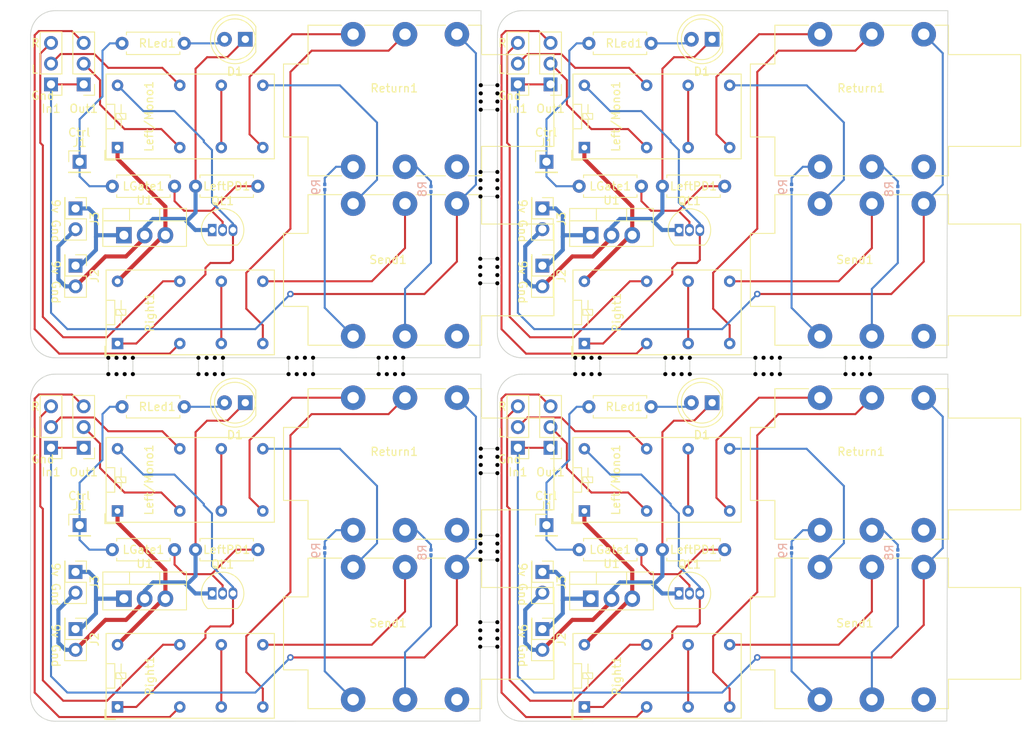
<source format=kicad_pcb>
(kicad_pcb (version 20221018) (generator pcbnew)
  (layers (0 "F.Cu" signal) (31 "B.Cu" signal) (34 "B.Paste" user) (35 "F.Paste" user) (36 "B.SilkS" user "B.Silkscreen") (37 "F.SilkS" user "F.Silkscreen") (38 "B.Mask" user) (39 "F.Mask" user) (44 "Edge.Cuts" user))
  (net 0 "")
  (net 1 "Board_0-/5V")
  (net 2 "Board_0-/9V")
  (net 3 "Board_0-/Control")
  (net 4 "Board_0-/Ctrl_GND")
  (net 5 "Board_0-/L_Return")
  (net 6 "Board_0-/L_Send")
  (net 7 "Board_0-/L_in")
  (net 8 "Board_0-/L_out")
  (net 9 "Board_0-/R_Return")
  (net 10 "Board_0-/R_in")
  (net 11 "Board_0-/R_out")
  (net 12 "Board_0-/R_send")
  (net 13 "Board_0-/Signal_Gnd")
  (net 14 "Board_0-Net-(D1-A)")
  (net 15 "Board_0-Net-(Left/Mono1-Pad11)")
  (net 16 "Board_0-Net-(QL1-D)")
  (net 17 "Board_0-Net-(QL1-G)")
  (net 18 "Board_0-Net-(R8-Pad1)")
  (net 19 "Board_0-Net-(R8-Pad2)")
  (net 20 "Board_0-Net-(R9-Pad1)")
  (net 21 "Board_0-Net-(R9-Pad2)")
  (net 22 "Board_0-Net-(Right1-Pad11)")
  (net 23 "Board_0-unconnected-(Return1-PadSN)")
  (net 24 "Board_0-unconnected-(Send1-PadSN)")
  (net 25 "Board_1-/5V")
  (net 26 "Board_1-/9V")
  (net 27 "Board_1-/Control")
  (net 28 "Board_1-/Ctrl_GND")
  (net 29 "Board_1-/L_Return")
  (net 30 "Board_1-/L_Send")
  (net 31 "Board_1-/L_in")
  (net 32 "Board_1-/L_out")
  (net 33 "Board_1-/R_Return")
  (net 34 "Board_1-/R_in")
  (net 35 "Board_1-/R_out")
  (net 36 "Board_1-/R_send")
  (net 37 "Board_1-/Signal_Gnd")
  (net 38 "Board_1-Net-(D1-A)")
  (net 39 "Board_1-Net-(Left/Mono1-Pad11)")
  (net 40 "Board_1-Net-(QL1-D)")
  (net 41 "Board_1-Net-(QL1-G)")
  (net 42 "Board_1-Net-(R8-Pad1)")
  (net 43 "Board_1-Net-(R8-Pad2)")
  (net 44 "Board_1-Net-(R9-Pad1)")
  (net 45 "Board_1-Net-(R9-Pad2)")
  (net 46 "Board_1-Net-(Right1-Pad11)")
  (net 47 "Board_1-unconnected-(Return1-PadSN)")
  (net 48 "Board_1-unconnected-(Send1-PadSN)")
  (net 49 "Board_2-/5V")
  (net 50 "Board_2-/9V")
  (net 51 "Board_2-/Control")
  (net 52 "Board_2-/Ctrl_GND")
  (net 53 "Board_2-/L_Return")
  (net 54 "Board_2-/L_Send")
  (net 55 "Board_2-/L_in")
  (net 56 "Board_2-/L_out")
  (net 57 "Board_2-/R_Return")
  (net 58 "Board_2-/R_in")
  (net 59 "Board_2-/R_out")
  (net 60 "Board_2-/R_send")
  (net 61 "Board_2-/Signal_Gnd")
  (net 62 "Board_2-Net-(D1-A)")
  (net 63 "Board_2-Net-(Left/Mono1-Pad11)")
  (net 64 "Board_2-Net-(QL1-D)")
  (net 65 "Board_2-Net-(QL1-G)")
  (net 66 "Board_2-Net-(R8-Pad1)")
  (net 67 "Board_2-Net-(R8-Pad2)")
  (net 68 "Board_2-Net-(R9-Pad1)")
  (net 69 "Board_2-Net-(R9-Pad2)")
  (net 70 "Board_2-Net-(Right1-Pad11)")
  (net 71 "Board_2-unconnected-(Return1-PadSN)")
  (net 72 "Board_2-unconnected-(Send1-PadSN)")
  (net 73 "Board_3-/5V")
  (net 74 "Board_3-/9V")
  (net 75 "Board_3-/Control")
  (net 76 "Board_3-/Ctrl_GND")
  (net 77 "Board_3-/L_Return")
  (net 78 "Board_3-/L_Send")
  (net 79 "Board_3-/L_in")
  (net 80 "Board_3-/L_out")
  (net 81 "Board_3-/R_Return")
  (net 82 "Board_3-/R_in")
  (net 83 "Board_3-/R_out")
  (net 84 "Board_3-/R_send")
  (net 85 "Board_3-/Signal_Gnd")
  (net 86 "Board_3-Net-(D1-A)")
  (net 87 "Board_3-Net-(Left/Mono1-Pad11)")
  (net 88 "Board_3-Net-(QL1-D)")
  (net 89 "Board_3-Net-(QL1-G)")
  (net 90 "Board_3-Net-(R8-Pad1)")
  (net 91 "Board_3-Net-(R8-Pad2)")
  (net 92 "Board_3-Net-(R9-Pad1)")
  (net 93 "Board_3-Net-(R9-Pad2)")
  (net 94 "Board_3-Net-(Right1-Pad11)")
  (net 95 "Board_3-unconnected-(Return1-PadSN)")
  (net 96 "Board_3-unconnected-(Send1-PadSN)")
  (footprint "NPTH" (layer "F.Cu") (at 125.94584 62.504285)
    (fp_text reference "KiKit_MB_6_2" hide)
    (fp_text value "NPTH" hide)
  )
  (footprint "NPTH" (layer "F.Cu") (at 161.027079 64.510398)
    (fp_text reference "KiKit_MB_25_3" hide)
    (fp_text value "NPTH" hide)
  )
  (footprint "Package_TO_SOT_THT:TO-220-3_Vertical" (layer "F.Cu") (at 160.930398 92.010399)
    (fp_text reference "U1")
    (fp_text value "L7805")
  )
  (footprint "NPTH" (layer "F.Cu") (at 149.502597 94.893197)
    (fp_text reference "KiKit_MB_24_4" hide)
    (fp_text value "NPTH" hide)
  )
  (footprint "NPTH" (layer "F.Cu") (at 134.97292 62.502479)
    (fp_text reference "KiKit_MB_7_4" hide)
    (fp_text value "NPTH" hide)
  )
  (footprint "NPTH" (layer "F.Cu") (at 147.46433 32.127599)
    (fp_text reference "KiKit_MB_1_4" hide)
    (fp_text value "NPTH" hide)
  )
  (footprint "Resistor_THT:R_Axial_DIN0207_L6.3mm_D2.5mm_P7.62mm_Horizontal" (layer "F.Cu") (at 177.320398 41.5 180)
    (fp_text reference "LeftPD1")
    (fp_text value "R")
  )
  (footprint "NPTH" (layer "F.Cu") (at 172.054159 64.510398)
    (fp_text reference "KiKit_MB_26_3" hide)
    (fp_text value "NPTH" hide)
  )
  (footprint "Connector_PinHeader_2.54mm:PinHeader_1x03_P2.54mm_Vertical" (layer "F.Cu") (at 94.875 29.025 180)
    (fp_text reference "In1")
    (fp_text value "Conn_01x03_Pin")
  )
  (footprint "Connector_Audio:Jack_6.35mm_Neutrik_NMJ6HFD3_Horizontal" (layer "F.Cu") (at 131.85 67.395399)
    (fp_text reference "Return1")
    (fp_text value "AudioJack3_Switch")
  )
  (footprint "LED_THT:LED_D5.0mm" (layer "F.Cu") (at 175.785398 23.5 180)
    (fp_text reference "D1")
    (fp_text value "LED")
  )
  (footprint "Connector_PinHeader_2.54mm:PinHeader_1x03_P2.54mm_Vertical" (layer "F.Cu") (at 156.010398 73.535399 180)
    (fp_text reference "Out1")
    (fp_text value "Conn_01x03_Pin")
  )
  (footprint "NPTH" (layer "F.Cu") (at 147.441896 39.755199)
    (fp_text reference "KiKit_MB_2_1" hide)
    (fp_text value "NPTH" hide)
  )
  (footprint "NPTH" (layer "F.Cu") (at 101.891682 62.509094)
    (fp_text reference "KiKit_MB_4_4" hide)
    (fp_text value "NPTH" hide)
  )
  (footprint "NPTH" (layer "F.Cu") (at 170.054159 62.506889)
    (fp_text reference "KiKit_MB_12_4" hide)
    (fp_text value "NPTH" hide)
  )
  (footprint "Connector_PinHeader_2.54mm:PinHeader_1x03_P2.54mm_Vertical" (layer "F.Cu") (at 94.875 73.535399 180)
    (fp_text reference "In1")
    (fp_text value "Conn_01x03_Pin")
  )
  (footprint "Relay_THT:Relay_DPDT_Omron_G5V-2" (layer "F.Cu") (at 103.0175 105.272899 90)
    (fp_text reference "Right1")
    (fp_text value "G5V-2")
  )
  (footprint "NPTH" (layer "F.Cu") (at 161.027079 62.508694)
    (fp_text reference "KiKit_MB_11_2" hide)
    (fp_text value "NPTH" hide)
  )
  (footprint "NPTH" (layer "F.Cu") (at 149.505339 85.265597)
    (fp_text reference "KiKit_MB_23_3" hide)
    (fp_text value "NPTH" hide)
  )
  (footprint "Connector_PinHeader_2.54mm:PinHeader_1x01_P2.54mm_Vertical" (layer "F.Cu") (at 155.510398 38.5)
    (fp_text reference "J1")
    (fp_text value "Conn_01x01_Pin")
  )
  (footprint "NPTH" (layer "F.Cu") (at 171.054159 64.510398)
    (fp_text reference "KiKit_MB_26_2" hide)
    (fp_text value "NPTH" hide)
  )
  (footprint "NPTH" (layer "F.Cu") (at 136.97292 62.50208)
    (fp_text reference "KiKit_MB_7_2" hide)
    (fp_text value "NPTH" hide)
  )
  (footprint "Connector_Audio:Jack_6.35mm_Neutrik_NMJ6HFD3_Horizontal" (layer "F.Cu") (at 188.985398 67.395399)
    (fp_text reference "Return1")
    (fp_text value "AudioJack3_Switch")
  )
  (footprint "Relay_THT:Relay_DPDT_Omron_G5V-2" (layer "F.Cu") (at 103.0175 60.7625 90)
    (fp_text reference "Right1")
    (fp_text value "G5V-2")
  )
  (footprint "NPTH" (layer "F.Cu") (at 149.508651 73.637997)
    (fp_text reference "KiKit_MB_22_4" hide)
    (fp_text value "NPTH" hide)
  )
  (footprint "NPTH" (layer "F.Cu") (at 149.505339 40.755199)
    (fp_text reference "KiKit_MB_9_3" hide)
    (fp_text value "NPTH" hide)
  )
  (footprint "NPTH" (layer "F.Cu") (at 194.108318 62.50208)
    (fp_text reference "KiKit_MB_14_2" hide)
    (fp_text value "NPTH" hide)
  )
  (footprint "Relay_THT:Relay_DPDT_Omron_G5V-2" (layer "F.Cu") (at 160.152898 81.272899 90)
    (fp_text reference "Left/Mono1")
    (fp_text value "G5V-2")
  )
  (footprint "NPTH" (layer "F.Cu") (at 112.918762 64.510398)
    (fp_text reference "KiKit_MB_19_1" hide)
    (fp_text value "NPTH" hide)
  )
  (footprint "NPTH" (layer "F.Cu") (at 184.081238 64.510398)
    (fp_text reference "KiKit_MB_27_4" hide)
    (fp_text value "NPTH" hide)
  )
  (footprint "Relay_THT:Relay_DPDT_Omron_G5V-2" (layer "F.Cu") (at 160.152898 60.7625 90)
    (fp_text reference "Right1")
    (fp_text value "G5V-2")
  )
  (footprint "Connector_PinHeader_2.54mm:PinHeader_2x01_P2.54mm_Vertical" (layer "F.Cu") (at 155.010398 88.735399 -90)
    (fp_text reference "J3")
    (fp_text value "Conn_01x02_Pin")
  )
  (footprint "Connector_PinHeader_2.54mm:PinHeader_1x01_P2.54mm_Vertical" (layer "F.Cu") (at 98.375 83.010399)
    (fp_text reference "J1")
    (fp_text value "Conn_01x01_Pin")
  )
  (footprint "NPTH" (layer "F.Cu") (at 137.97292 62.50188)
    (fp_text reference "KiKit_MB_7_1" hide)
    (fp_text value "NPTH" hide)
  )
  (footprint "NPTH" (layer "F.Cu") (at 103.891682 64.510398)
    (fp_text reference "KiKit_MB_18_3" hide)
    (fp_text value "NPTH" hide)
  )
  (footprint "NPTH" (layer "F.Cu") (at 149.508366 30.127599)
    (fp_text reference "KiKit_MB_8_3" hide)
    (fp_text value "NPTH" hide)
  )
  (footprint "Package_TO_SOT_THT:TO-220-3_Vertical" (layer "F.Cu") (at 103.795 47.5)
    (fp_text reference "U1")
    (fp_text value "L7805")
  )
  (footprint "NPTH" (layer "F.Cu") (at 149.508651 29.127599)
    (fp_text reference "KiKit_MB_8_4" hide)
    (fp_text value "NPTH" hide)
  )
  (footprint "NPTH" (layer "F.Cu") (at 182.081238 62.504484)
    (fp_text reference "KiKit_MB_13_3" hide)
    (fp_text value "NPTH" hide)
  )
  (footprint "NPTH" (layer "F.Cu") (at 147.404757 96.893197)
    (fp_text reference "KiKit_MB_17_3" hide)
    (fp_text value "NPTH" hide)
  )
  (footprint "NPTH" (layer "F.Cu") (at 181.081238 62.504684)
    (fp_text reference "KiKit_MB_13_4" hide)
    (fp_text value "NPTH" hide)
  )
  (footprint "Package_TO_SOT_THT:TO-92_Inline" (layer "F.Cu") (at 114.605 91.370399)
    (fp_text reference "QL1")
    (fp_text value "2N7000")
  )
  (footprint "LED_THT:LED_D5.0mm" (layer "F.Cu") (at 118.65 68.010399 180)
    (fp_text reference "D1")
    (fp_text value "LED")
  )
  (footprint "NPTH" (layer "F.Cu") (at 149.502312 51.382798)
    (fp_text reference "KiKit_MB_10_3" hide)
    (fp_text value "NPTH" hide)
  )
  (footprint "Connector_PinHeader_2.54mm:PinHeader_1x03_P2.54mm_Vertical" (layer "F.Cu") (at 98.875 29.025 180)
    (fp_text reference "Out1")
    (fp_text value "Conn_01x03_Pin")
  )
  (footprint "NPTH" (layer "F.Cu") (at 147.404757 52.382798)
    (fp_text reference "KiKit_MB_3_3" hide)
    (fp_text value "NPTH" hide)
  )
  (footprint "NPTH" (layer "F.Cu") (at 114.918762 64.510398)
    (fp_text reference "KiKit_MB_19_3" hide)
    (fp_text value "NPTH" hide)
  )
  (footprint "Connector_PinHeader_2.54mm:PinHeader_1x03_P2.54mm_Vertical" (layer "F.Cu") (at 156.010398 29.025 180)
    (fp_text reference "Out1")
    (fp_text value "Conn_01x03_Pin")
  )
  (footprint "NPTH" (layer "F.Cu") (at 149.504769 42.755198)
    (fp_text reference "KiKit_MB_9_1" hide)
    (fp_text value "NPTH" hide)
  )
  (footprint "Relay_THT:Relay_DPDT_Omron_G5V-2" (layer "F.Cu") (at 160.152898 105.272899 90)
    (fp_text reference "Right1")
    (fp_text value "G5V-2")
  )
  (footprint "NPTH" (layer "F.Cu") (at 184.081238 62.504085)
    (fp_text reference "KiKit_MB_13_1" hide)
    (fp_text value "NPTH" hide)
  )
  (footprint "NPTH" (layer "F.Cu") (at 123.94584 64.510398)
    (fp_text reference "KiKit_MB_20_1" hide)
    (fp_text value "NPTH" hide)
  )
  (footprint "NPTH" (layer "F.Cu") (at 147.473154 29.127599)
    (fp_text reference "KiKit_MB_1_1" hide)
    (fp_text value "NPTH" hide)
  )
  (footprint "NPTH" (layer "F.Cu") (at 149.502312 95.893197)
    (fp_text reference "KiKit_MB_24_3" hide)
    (fp_text value "NPTH" hide)
  )
  (footprint "NPTH" (layer "F.Cu") (at 137.97292 64.510398)
    (fp_text reference "KiKit_MB_21_4" hide)
    (fp_text value "NPTH" hide)
  )
  (footprint "Connector_PinHeader_2.54mm:PinHeader_2x01_P2.54mm_Vertical" (layer "F.Cu") (at 97.875 95.735399 -90)
    (fp_text reference "J2")
    (fp_text value "Conn_01x02_Pin")
  )
  (footprint "NPTH" (layer "F.Cu") (at 181.081238 64.510398)
    (fp_text reference "KiKit_MB_27_1" hide)
    (fp_text value "NPTH" hide)
  )
  (footprint "NPTH" (layer "F.Cu") (at 149.504769 87.265597)
    (fp_text reference "KiKit_MB_23_1" hide)
    (fp_text value "NPTH" hide)
  )
  (footprint "Resistor_THT:R_Axial_DIN0207_L6.3mm_D2.5mm_P7.62mm_Horizontal" (layer "F.Cu") (at 103.565 24)
    (fp_text reference "RLed1")
    (fp_text value "100")
  )
  (footprint "NPTH" (layer "F.Cu") (at 147.410639 94.893197)
    (fp_text reference "KiKit_MB_17_1" hide)
    (fp_text value "NPTH" hide)
  )
  (footprint "NPTH" (layer "F.Cu") (at 115.918762 62.50629)
    (fp_text reference "KiKit_MB_5_1" hide)
    (fp_text value "NPTH" hide)
  )
  (footprint "Connector_PinHeader_2.54mm:PinHeader_1x03_P2.54mm_Vertical" (layer "F.Cu") (at 98.875 73.535399 180)
    (fp_text reference "Out1")
    (fp_text value "Conn_01x03_Pin")
  )
  (footprint "NPTH" (layer "F.Cu") (at 135.97292 62.502279)
    (fp_text reference "KiKit_MB_7_3" hide)
    (fp_text value "NPTH" hide)
  )
  (footprint "Package_TO_SOT_THT:TO-92_Inline" (layer "F.Cu") (at 171.740398 46.86)
    (fp_text reference "QL1")
    (fp_text value "2N7000")
  )
  (footprint "NPTH" (layer "F.Cu") (at 135.97292 64.510398)
    (fp_text reference "KiKit_MB_21_2" hide)
    (fp_text value "NPTH" hide)
  )
  (footprint "NPTH" (layer "F.Cu") (at 147.436014 41.755198)
    (fp_text reference "KiKit_MB_2_3" hide)
    (fp_text value "NPTH" hide)
  )
  (footprint "NPTH" (layer "F.Cu") (at 126.94584 64.510398)
    (fp_text reference "KiKit_MB_20_4" hide)
    (fp_text value "NPTH" hide)
  )
  (footprint "NPTH" (layer "F.Cu") (at 147.467272 31.127599)
    (fp_text reference "KiKit_MB_1_3" hide)
    (fp_text value "NPTH" hide)
  )
  (footprint "NPTH" (layer "F.Cu") (at 113.918762 62.506689)
    (fp_text reference "KiKit_MB_5_3" hide)
    (fp_text value "NPTH" hide)
  )
  (footprint "NPTH" (layer "F.Cu") (at 124.94584 62.504484)
    (fp_text reference "KiKit_MB_6_3" hide)
    (fp_text value "NPTH" hide)
  )
  (footprint "NPTH" (layer "F.Cu") (at 147.410639 50.382798)
    (fp_text reference "KiKit_MB_3_1" hide)
    (fp_text value "NPTH" hide)
  )
  (footprint "NPTH" (layer "F.Cu") (at 147.407698 95.893197)
    (fp_text reference "KiKit_MB_17_2" hide)
    (fp_text value "NPTH" hide)
  )
  (footprint "NPTH" (layer "F.Cu") (at 160.027079 64.510398)
    (fp_text reference "KiKit_MB_25_2" hide)
    (fp_text value "NPTH" hide)
  )
  (footprint "NPTH" (layer "F.Cu") (at 183.081238 64.510398)
    (fp_text reference "KiKit_MB_27_3" hide)
    (fp_text value "NPTH" hide)
  )
  (footprint "NPTH" (layer "F.Cu") (at 182.081238 64.510398)
    (fp_text reference "KiKit_MB_27_2" hide)
    (fp_text value "NPTH" hide)
  )
  (footprint "NPTH" (layer "F.Cu") (at 195.108318 62.50188)
    (fp_text reference "KiKit_MB_14_1" hide)
    (fp_text value "NPTH" hide)
  )
  (footprint "Connector_PinHeader_2.54mm:PinHeader_2x01_P2.54mm_Vertical" (layer "F.Cu") (at 155.010398 95.735399 -90)
    (fp_text reference "J2")
    (fp_text value "Conn_01x02_Pin")
  )
  (footprint "NPTH" (layer "F.Cu") (at 170.054159 64.510398)
    (fp_text reference "KiKit_MB_26_1" hide)
    (fp_text value "NPTH" hide)
  )
  (footprint "Connector_PinHeader_2.54mm:PinHeader_2x01_P2.54mm_Vertical" (layer "F.Cu") (at 97.875 88.735399 -90)
    (fp_text reference "J3")
    (fp_text value "Conn_01x02_Pin")
  )
  (footprint "NPTH" (layer "F.Cu") (at 162.027079 62.508495)
    (fp_text reference "KiKit_MB_11_1" hide)
    (fp_text value "NPTH" hide)
  )
  (footprint "Resistor_THT:R_Axial_DIN0207_L6.3mm_D2.5mm_P7.62mm_Horizontal" (layer "F.Cu") (at 103.565 68.510399)
    (fp_text reference "RLed1")
    (fp_text value "100")
  )
  (footprint "Package_TO_SOT_THT:TO-220-3_Vertical" (layer "F.Cu") (at 160.930398 47.5)
    (fp_text reference "U1")
    (fp_text value "L7805")
  )
  (footprint "NPTH" (layer "F.Cu") (at 173.054159 62.50629)
    (fp_text reference "KiKit_MB_12_1" hide)
    (fp_text value "NPTH" hide)
  )
  (footprint "NPTH" (layer "F.Cu") (at 159.027079 62.509094)
    (fp_text reference "KiKit_MB_11_4" hide)
    (fp_text value "NPTH" hide)
  )
  (footprint "Package_TO_SOT_THT:TO-92_Inline" (layer "F.Cu") (at 171.740398 91.370399)
    (fp_text reference "QL1")
    (fp_text value "2N7000")
  )
  (footprint "NPTH" (layer "F.Cu") (at 159.027079 64.510398)
    (fp_text reference "KiKit_MB_25_1" hide)
    (fp_text value "NPTH" hide)
  )
  (footprint "Resistor_THT:R_Axial_DIN0207_L6.3mm_D2.5mm_P7.62mm_Horizontal" (layer "F.Cu") (at 159.510398 86.010399)
    (fp_text reference "LGate1")
    (fp_text value "R")
  )
  (footprint "NPTH" (layer "F.Cu") (at 104.891682 64.510398)
    (fp_text reference "KiKit_MB_18_4" hide)
    (fp_text value "NPTH" hide)
  )
  (footprint "NPTH" (layer "F.Cu") (at 149.501742 97.893197)
    (fp_text reference "KiKit_MB_24_1" hide)
    (fp_text value "NPTH" hide)
  )
  (footprint "NPTH" (layer "F.Cu") (at 149.508081 75.637997)
    (fp_text reference "KiKit_MB_22_2" hide)
    (fp_text value "NPTH" hide)
  )
  (footprint "NPTH" (layer "F.Cu") (at 162.027079 64.510398)
    (fp_text reference "KiKit_MB_25_4" hide)
    (fp_text value "NPTH" hide)
  )
  (footprint "NPTH" (layer "F.Cu") (at 125.94584 64.510398)
    (fp_text reference "KiKit_MB_20_3" hide)
    (fp_text value "NPTH" hide)
  )
  (footprint "Relay_THT:Relay_DPDT_Omron_G5V-2" (layer "F.Cu") (at 160.152898 36.7625 90)
    (fp_text reference "Left/Mono1")
    (fp_text value "G5V-2")
  )
  (footprint "Connector_Audio:Jack_6.35mm_Neutrik_NMJ6HFD3_Horizontal" (layer "F.Cu") (at 188.985398 88.145399)
    (fp_text reference "Send1")
    (fp_text value "AudioJack3_Switch")
  )
  (footprint "NPTH" (layer "F.Cu") (at 115.918762 64.510398)
    (fp_text reference "KiKit_MB_19_4" hide)
    (fp_text value "NPTH" hide)
  )
  (footprint "NPTH" (layer "F.Cu") (at 147.401816 97.893197)
    (fp_text reference "KiKit_MB_17_4" hide)
    (fp_text value "NPTH" hide)
  )
  (footprint "NPTH" (layer "F.Cu") (at 195.108318 64.510398)
    (fp_text reference "KiKit_MB_28_4" hide)
    (fp_text value "NPTH" hide)
  )
  (footprint "NPTH" (layer "F.Cu") (at 147.401816 53.382798)
    (fp_text reference "KiKit_MB_3_4" hide)
    (fp_text value "NPTH" hide)
  )
  (footprint "NPTH" (layer "F.Cu") (at 126.94584 62.504085)
    (fp_text reference "KiKit_MB_6_1" hide)
    (fp_text value "NPTH" hide)
  )
  (footprint "NPTH" (layer "F.Cu") (at 149.502027 52.382798)
    (fp_text reference "KiKit_MB_10_2" hide)
    (fp_text value "NPTH" hide)
  )
  (footprint "NPTH" (layer "F.Cu") (at 112.918762 62.506889)
    (fp_text reference "KiKit_MB_5_4" hide)
    (fp_text value "NPTH" hide)
  )
  (footprint "NPTH" (layer "F.Cu") (at 124.94584 64.510398)
    (fp_text reference "KiKit_MB_20_2" hide)
    (fp_text value "NPTH" hide)
  )
  (footprint "NPTH" (layer "F.Cu") (at 149.507797 32.127599)
    (fp_text reference "KiKit_MB_8_1" hide)
    (fp_text value "NPTH" hide)
  )
  (footprint "NPTH" (layer "F.Cu") (at 147.433073 42.755198)
    (fp_text reference "KiKit_MB_2_4" hide)
    (fp_text value "NPTH" hide)
  )
  (footprint "NPTH" (layer "F.Cu") (at 149.502027 96.893197)
    (fp_text reference "KiKit_MB_24_2" hide)
    (fp_text value "NPTH" hide)
  )
  (footprint "NPTH" (layer "F.Cu") (at 149.502597 50.382798)
    (fp_text reference "KiKit_MB_10_4" hide)
    (fp_text value "NPTH" hide)
  )
  (footprint "NPTH" (layer "F.Cu") (at 103.891682 62.508694)
    (fp_text reference "KiKit_MB_4_2" hide)
    (fp_text value "NPTH" hide)
  )
  (footprint "Connector_PinHeader_2.54mm:PinHeader_2x01_P2.54mm_Vertical" (layer "F.Cu") (at 155.010398 51.225 -90)
    (fp_text reference "J2")
    (fp_text value "Conn_01x02_Pin")
  )
  (footprint "NPTH" (layer "F.Cu") (at 147.436014 86.265597)
    (fp_text reference "KiKit_MB_16_3" hide)
    (fp_text value "NPTH" hide)
  )
  (footprint "Resistor_THT:R_Axial_DIN0207_L6.3mm_D2.5mm_P7.62mm_Horizontal" (layer "F.Cu") (at 160.700398 24)
    (fp_text reference "RLed1")
    (fp_text value "100")
  )
  (footprint "Connector_PinHeader_2.54mm:PinHeader_2x01_P2.54mm_Vertical" (layer "F.Cu") (at 155.010398 44.225 -90)
    (fp_text reference "J3")
    (fp_text value "Conn_01x02_Pin")
  )
  (footprint "NPTH" (layer "F.Cu") (at 123.94584 62.504684)
    (fp_text reference "KiKit_MB_6_4" hide)
    (fp_text value "NPTH" hide)
  )
  (footprint "Resistor_THT:R_Axial_DIN0207_L6.3mm_D2.5mm_P7.62mm_Horizontal" (layer "F.Cu") (at 160.700398 68.510399)
    (fp_text reference "RLed1")
    (fp_text value "100")
  )
  (footprint "NPTH" (layer "F.Cu") (at 147.470213 30.127599)
    (fp_text reference "KiKit_MB_1_2" hide)
    (fp_text value "NPTH" hide)
  )
  (footprint "NPTH" (layer "F.Cu") (at 149.507797 76.637997)
    (fp_text reference "KiKit_MB_22_1" hide)
    (fp_text value "NPTH" hide)
  )
  (footprint "Connector_PinHeader_2.54mm:PinHeader_1x01_P2.54mm_Vertical" (layer "F.Cu") (at 98.375 38.5)
    (fp_text reference "J1")
    (fp_text value "Conn_01x01_Pin")
  )
  (footprint "Connector_Audio:Jack_6.35mm_Neutrik_NMJ6HFD3_Horizontal" (layer "F.Cu") (at 188.985398 22.885)
    (fp_text reference "Return1")
    (fp_text value "AudioJack3_Switch")
  )
  (footprint "Connector_Audio:Jack_6.35mm_Neutrik_NMJ6HFD3_Horizontal" (layer "F.Cu") (at 131.85 22.885)
    (fp_text reference "Return1")
    (fp_text value "AudioJack3_Switch")
  )
  (footprint "NPTH" (layer "F.Cu") (at 104.891682 62.508495)
    (fp_text reference "KiKit_MB_4_1" hide)
    (fp_text value "NPTH" hide)
  )
  (footprint "Connector_PinHeader_2.54mm:PinHeader_1x03_P2.54mm_Vertical" (layer "F.Cu") (at 152.010398 73.535399 180)
    (fp_text reference "In1")
    (fp_text value "Conn_01x03_Pin")
  )
  (footprint "Resistor_THT:R_Axial_DIN0207_L6.3mm_D2.5mm_P7.62mm_Horizontal" (layer "F.Cu") (at 102.375 41.5)
    (fp_text reference "LGate1")
    (fp_text value "R")
  )
  (footprint "NPTH" (layer "F.Cu") (at 147.473154 73.637997)
    (fp_text reference "KiKit_MB_15_1" hide)
    (fp_text value "NPTH" hide)
  )
  (footprint "Package_TO_SOT_THT:TO-220-3_Vertical" (layer "F.Cu") (at 103.795 92.010399)
    (fp_text reference "U1")
    (fp_text value "L7805")
  )
  (footprint "NPTH" (layer "F.Cu") (at 149.508366 74.637997)
    (fp_text reference "KiKit_MB_22_3" hide)
    (fp_text value "NPTH" hide)
  )
  (footprint "NPTH" (layer "F.Cu") (at 134.97292 64.510398)
    (fp_text reference "KiKit_MB_21_1" hide)
    (fp_text value "NPTH" hide)
  )
  (footprint "NPTH" (layer "F.Cu") (at 160.027079 62.508894)
    (fp_text reference "KiKit_MB_11_3" hide)
    (fp_text value "NPTH" hide)
  )
  (footprint "NPTH" (layer "F.Cu") (at 149.505624 84.265597)
    (fp_text reference "KiKit_MB_23_4" hide)
    (fp_text value "NPTH" hide)
  )
  (footprint "Resistor_THT:R_Axial_DIN0207_L6.3mm_D2.5mm_P7.62mm_Horizontal" (layer "F.Cu") (at 177.320398 86.010399 180)
    (fp_text reference "LeftPD1")
    (fp_text value "R")
  )
  (footprint "NPTH" (layer "F.Cu") (at 192.108318 64.510398)
    (fp_text reference "KiKit_MB_28_1" hide)
    (fp_text value "NPTH" hide)
  )
  (footprint "Connector_PinHeader_2.54mm:PinHeader_1x01_P2.54mm_Vertical" (layer "F.Cu") (at 155.510398 83.010399)
    (fp_text reference "J1")
    (fp_text value "Conn_01x01_Pin")
  )
  (footprint "NPTH" (layer "F.Cu") (at 193.108318 62.502279)
    (fp_text reference "KiKit_MB_14_3" hide)
    (fp_text value "NPTH" hide)
  )
  (footprint "NPTH" (layer "F.Cu") (at 113.918762 64.510398)
    (fp_text reference "KiKit_MB_19_2" hide)
    (fp_text value "NPTH" hide)
  )
  (footprint "Resistor_THT:R_Axial_DIN0207_L6.3mm_D2.5mm_P7.62mm_Horizontal" (layer "F.Cu") (at 102.375 86.010399)
    (fp_text reference "LGate1")
    (fp_text value "R")
  )
  (footprint "NPTH" (layer "F.Cu") (at 149.505624 39.755199)
    (fp_text reference "KiKit_MB_9_4" hide)
    (fp_text value "NPTH" hide)
  )
  (footprint "NPTH" (layer "F.Cu") (at 149.505054 41.755198)
    (fp_text reference "KiKit_MB_9_2" hide)
    (fp_text value "NPTH" hide)
  )
  (footprint "Connector_Audio:Jack_6.35mm_Neutrik_NMJ6HFD3_Horizontal" (layer "F.Cu") (at 131.85 43.635)
    (fp_text reference "Send1")
    (fp_text value "AudioJack3_Switch")
  )
  (footprint "NPTH" (layer "F.Cu") (at 147.470213 74.637997)
    (fp_text reference "KiKit_MB_15_2" hide)
    (fp_text value "NPTH" hide)
  )
  (footprint "LED_THT:LED_D5.0mm" (layer "F.Cu") (at 175.785398 68.010399 180)
    (fp_text reference "D1")
    (fp_text value "LED")
  )
  (footprint "Connector_PinHeader_2.54mm:PinHeader_1x03_P2.54mm_Vertical" (layer "F.Cu") (at 152.010398 29.025 180)
    (fp_text reference "In1")
    (fp_text value "Conn_01x03_Pin")
  )
  (footprint "Connector_Audio:Jack_6.35mm_Neutrik_NMJ6HFD3_Horizontal" (layer "F.Cu") (at 188.985398 43.635)
    (fp_text reference "Send1")
    (fp_text value "AudioJack3_Switch")
  )
  (footprint "NPTH" (layer "F.Cu") (at 172.054159 62.506489)
    (fp_text reference "KiKit_MB_12_2" hide)
    (fp_text value "NPTH" hide)
  )
  (footprint "Resistor_THT:R_Axial_DIN0207_L6.3mm_D2.5mm_P7.62mm_Horizontal" (layer "F.Cu") (at 159.510398 41.5)
    (fp_text reference "LGate1")
    (fp_text value "R")
  )
  (footprint "NPTH" (layer "F.Cu") (at 171.054159 62.506689)
    (fp_text reference "KiKit_MB_12_3" hide)
    (fp_text value "NPTH" hide)
  )
  (footprint "LED_THT:LED_D5.0mm" (layer "F.Cu") (at 118.65 23.5 180)
    (fp_text reference "D1")
    (fp_text value "LED")
  )
  (footprint "NPTH" (layer "F.Cu") (at 101.891682 64.510398)
    (fp_text reference "KiKit_MB_18_1" hide)
    (fp_text value "NPTH" hide)
  )
  (footprint "Resistor_THT:R_Axial_DIN0207_L6.3mm_D2.5mm_P7.62mm_Horizontal" (layer "F.Cu") (at 120.185 41.5 180)
    (fp_text reference "LeftPD1")
    (fp_text value "R")
  )
  (footprint "Relay_THT:Relay_DPDT_Omron_G5V-2" (layer "F.Cu") (at 103.0175 81.272899 90)
    (fp_text reference "Left/Mono1")
    (fp_text value "G5V-2")
  )
  (footprint "NPTH" (layer "F.Cu") (at 149.505054 86.265597)
    (fp_text reference "KiKit_MB_23_2" hide)
    (fp_text value "NPTH" hide)
  )
  (footprint "NPTH" (layer "F.Cu") (at 147.438955 40.755199)
    (fp_text reference "KiKit_MB_2_2" hide)
    (fp_text value "NPTH" hide)
  )
  (footprint "NPTH" (layer "F.Cu") (at 183.081238 62.504285)
    (fp_text reference "KiKit_MB_13_2" hide)
    (fp_text value "NPTH" hide)
  )
  (footprint "Connector_PinHeader_2.54mm:PinHeader_2x01_P2.54mm_Vertical" (layer "F.Cu") (at 97.875 51.225 -90)
    (fp_text reference "J2")
    (fp_text value "Conn_01x02_Pin")
  )
  (footprint "Resistor_THT:R_Axial_DIN0207_L6.3mm_D2.5mm_P7.62mm_Horizontal" (layer "F.Cu") (at 120.185 86.010399 180)
    (fp_text reference "LeftPD1")
    (fp_text value "R")
  )
  (footprint "NPTH" (layer "F.Cu") (at 147.441896 84.265597)
    (fp_text reference "KiKit_MB_16_1" hide)
    (fp_text value "NPTH" hide)
  )
  (footprint "NPTH" (layer "F.Cu") (at 149.508081 31.127599)
    (fp_text reference "KiKit_MB_8_2" hide)
    (fp_text value "NPTH" hide)
  )
  (footprint "NPTH" (layer "F.Cu") (at 149.501742 53.382798)
    (fp_text reference "KiKit_MB_10_1" hide)
    (fp_text value "NPTH" hide)
  )
  (footprint "Relay_THT:Relay_DPDT_Omron_G5V-2" (layer "F.Cu") (at 103.0175 36.7625 90)
    (fp_text reference "Left/Mono1")
    (fp_text value "G5V-2")
  )
  (footprint "NPTH" (layer "F.Cu") (at 173.054159 64.510398)
    (fp_text reference "KiKit_MB_26_4" hide)
    (fp_text value "NPTH" hide)
  )
  (footprint "NPTH" (layer "F.Cu") (at 136.97292 64.510398)
    (fp_text reference "KiKit_MB_21_3" hide)
    (fp_text value "NPTH" hide)
  )
  (footprint "NPTH" (layer "F.Cu") (at 147.407698 51.382798)
    (fp_text reference "KiKit_MB_3_2" hide)
    (fp_text value "NPTH" hide)
  )
  (footprint "NPTH" (layer "F.Cu") (at 194.108318 64.510398)
    (fp_text reference "KiKit_MB_28_3" hide)
    (fp_text value "NPTH" hide)
  )
  (footprint "Package_TO_SOT_THT:TO-92_Inline" (layer "F.Cu") (at 114.605 46.86)
    (fp_text reference "QL1")
    (fp_text value "2N7000")
  )
  (footprint "NPTH" (layer "F.Cu") (at 147.46433 76.637997)
    (fp_text reference "KiKit_MB_15_4" hide)
    (fp_text value "NPTH" hide)
  )
  (footprint "Connector_PinHeader_2.54mm:PinHeader_2x01_P2.54mm_Vertical" (layer "F.Cu") (at 97.875 44.225 -90)
    (fp_text reference "J3")
    (fp_text value "Conn_01x02_Pin")
  )
  (footprint "NPTH" (layer "F.Cu") (at 192.108318 62.502479)
    (fp_text reference "KiKit_MB_14_4" hide)
    (fp_text value "NPTH" hide)
  )
  (footprint "Connector_Audio:Jack_6.35mm_Neutrik_NMJ6HFD3_Horizontal" (layer "F.Cu") (at 131.85 88.145399)
    (fp_text reference "Send1")
    (fp_text value "AudioJack3_Switch")
  )
  (footprint "NPTH" (layer "F.Cu") (at 102.891682 62.508894)
    (fp_text reference "KiKit_MB_4_3" hide)
    (fp_text value "NPTH" hide)
  )
  (footprint "NPTH" (layer "F.Cu") (at 114.918762 62.506489)
    (fp_text reference "KiKit_MB_5_2" hide)
    (fp_text value "NPTH" hide)
  )
  (footprint "NPTH" (layer "F.Cu") (at 102.891682 64.510398)
    (fp_text reference "KiKit_MB_18_2" hide)
    (fp_text value "NPTH" hide)
  )
  (footprint "NPTH" (layer "F.Cu") (at 147.433073 87.265597)
    (fp_text reference "KiKit_MB_16_4" hide)
    (fp_text value "NPTH" hide)
  )
  (footprint "NPTH" (layer "F.Cu") (at 147.467272 75.637997)
    (fp_text reference "KiKit_MB_15_3" hide)
    (fp_text value "NPTH" hide)
  )
  (footprint "NPTH" (layer "F.Cu") (at 193.108318 64.510398)
    (fp_text reference "KiKit_MB_28_2" hide)
    (fp_text value "NPTH" hide)
  )
  (footprint "NPTH" (layer "F.Cu") (at 147.438955 85.265597)
    (fp_text reference "KiKit_MB_16_2" hide)
    (fp_text value "NPTH" hide)
  )
  (footprint "Resistor_SMD:R_0201_0603Metric" (layer "B.Cu") (at 198.510398 41.845 -90)
    (fp_text reference "R8")
    (fp_text value "R")
  )
  (footprint "Resistor_SMD:R_0201_0603Metric" (layer "B.Cu") (at 128.375 86.105399 -90)
    (fp_text reference "R9")
    (fp_text value "R")
  )
  (footprint "Resistor_SMD:R_0201_0603Metric" (layer "B.Cu") (at 185.510398 86.105399 -90)
    (fp_text reference "R9")
    (fp_text value "R")
  )
  (footprint "Resistor_SMD:R_0201_0603Metric" (layer "B.Cu") (at 198.510398 86.355399 -90)
    (fp_text reference "R8")
    (fp_text value "R")
  )
  (footprint "Resistor_SMD:R_0201_0603Metric" (layer "B.Cu") (at 141.375 41.845 -90)
    (fp_text reference "R8")
    (fp_text value "R")
  )
  (footprint "Resistor_SMD:R_0201_0603Metric" (layer "B.Cu") (at 185.510398 41.595 -90)
    (fp_text reference "R9")
    (fp_text value "R")
  )
  (footprint "Resistor_SMD:R_0201_0603Metric" (layer "B.Cu") (at 128.375 41.595 -90)
    (fp_text reference "R9")
    (fp_text value "R")
  )
  (footprint "Resistor_SMD:R_0201_0603Metric" (layer "B.Cu") (at 141.375 86.355399 -90)
    (fp_text reference "R8")
    (fp_text value "R")
  )
  (gr_line (start 104.891681 63.511898) (end 104.891681 63.509898) (stroke (width 0.1)) (layer "Edge.Cuts"))
  (gr_line (start 94.296169 62.310448) (end 94.444735 62.363058) (stroke (width 0.1)) (layer "Edge.Cuts"))
  (gr_line (start 148.501 39.755198) (end 148.499 39.755198) (stroke (width 0.1)) (layer "Edge.Cuts"))
  (gr_line (start 150.389076 20.878678) (end 150.280962 20.992607) (stroke (width 0.1)) (layer "Edge.Cuts"))
  (gr_line (start 94.299895 64.709656) (end 94.154789 64.769761) (stroke (width 0.1)) (layer "Edge.Cuts"))
  (gr_line (start 162.027079 63.511898) (end 162.027079 63.509898) (stroke (width 0.1)) (layer "Edge.Cuts"))
  (gr_line (start 93.874999 20.401923) (end 93.741082 20.483987) (stroke (width 0.1)) (layer "Edge.Cuts"))
  (gr_line (start 170.054159 63.511898) (end 170.054159 64.510398) (stroke (width 0.1)) (layer "Edge.Cuts"))
  (gr_line (start 151.731249 106.91822) (end 151.8845 106.955012) (stroke (width 0.1)) (layer "Edge.Cuts"))
  (gr_line (start 92.391433 22.686413) (end 92.37911 22.842991) (stroke (width 0.1)) (layer "Edge.Cuts"))
  (gr_line (start 151.148425 20.326979) (end 151.010397 20.401923) (stroke (width 0.1)) (layer "Edge.Cuts"))
  (gr_line (start 149.504125 59.657552) (end 149.516491 59.814673) (stroke (width 0.1)) (layer "Edge.Cuts"))
  (gr_line (start 151.583346 20.146829) (end 151.435293 20.199257) (stroke (width 0.1)) (layer "Edge.Cuts"))
  (gr_line (start 151.435293 64.709656) (end 151.290187 64.769761) (stroke (width 0.1)) (layer "Edge.Cuts"))
  (gr_line (start 148.499 76.637997) (end 148.501 76.637997) (stroke (width 0.1)) (layer "Edge.Cuts"))
  (gr_line (start 152.353389 64.514509) (end 152.196811 64.526832) (stroke (width 0.1)) (layer "Edge.Cuts"))
  (gr_line (start 150.74093 106.445862) (end 150.870817 106.535131) (stroke (width 0.1)) (layer "Edge.Cuts"))
  (gr_line (start 94.447948 64.657228) (end 94.299895 64.709656) (stroke (width 0.1)) (layer "Edge.Cuts"))
  (gr_line (start 150.747041 20.572948) (end 150.622436 20.668561) (stroke (width 0.1)) (layer "Edge.Cuts"))
  (gr_line (start 149.657227 66.583347) (end 149.612619 66.73394) (stroke (width 0.1)) (layer "Edge.Cuts"))
  (gr_line (start 92.440556 66.886663) (end 92.411934 67.041094) (stroke (width 0.1)) (layer "Edge.Cuts"))
  (gr_line (start 149.508651 29.127598) (end 148.501 29.127598) (stroke (width 0.1)) (layer "Edge.Cuts"))
  (gr_line (start 149.510397 22.999999) (end 149.508651 29.127598) (stroke (width 0.1)) (layer "Edge.Cuts"))
  (gr_line (start 126.94584 63.509898) (end 126.94584 62.504085) (stroke (width 0.1)) (layer "Edge.Cuts"))
  (gr_line (start 101.891681 64.510398) (end 95.374999 64.510398) (stroke (width 0.1)) (layer "Edge.Cuts"))
  (gr_line (start 148.501 32.127598) (end 149.507797 32.127598) (stroke (width 0.1)) (layer "Edge.Cuts"))
  (gr_line (start 152.352845 107.016671) (end 152.510397 107.020797) (stroke (width 0.1)) (layer "Edge.Cuts"))
  (gr_line (start 150.280962 20.992607) (end 150.178959 21.112038) (stroke (width 0.1)) (layer "Edge.Cuts"))
  (gr_line (start 94.15056 106.760534) (end 94.296169 106.820847) (stroke (width 0.1)) (layer "Edge.Cuts"))
  (gr_line (start 184.081238 62.504085) (end 192.108318 62.502479) (stroke (width 0.1)) (layer "Edge.Cuts"))
  (gr_line (start 93.36065 61.737161) (end 93.480495 61.839518) (stroke (width 0.1)) (layer "Edge.Cuts"))
  (gr_line (start 152.195724 107.004305) (end 152.352845 107.016671) (stroke (width 0.1)) (layer "Edge.Cuts"))
  (gr_line (start 151.010397 64.912322) (end 150.87648 64.994386) (stroke (width 0.1)) (layer "Edge.Cuts"))
  (gr_line (start 149.575954 66.886663) (end 149.547332 67.041094) (stroke (width 0.1)) (layer "Edge.Cuts"))
  (gr_line (start 149.828113 60.866692) (end 149.903317 61.005199) (stroke (width 0.1)) (layer "Edge.Cuts"))
  (gr_line (start 149.699949 105.089229) (end 149.760262 105.234838) (stroke (width 0.1)) (layer "Edge.Cuts"))
  (gr_line (start 151.290187 64.769761) (end 151.148425 64.837378) (stroke (width 0.1)) (layer "Edge.Cuts"))
  (gr_line (start 92.776923 21.499999) (end 92.701979 21.638027) (stroke (width 0.1)) (layer "Edge.Cuts"))
  (gr_line (start 149.504769 42.755198) (end 149.502597 50.382798) (stroke (width 0.1)) (layer "Edge.Cuts"))
  (gr_line (start 150.622436 20.668561) (end 150.503005 20.770564) (stroke (width 0.1)) (layer "Edge.Cuts"))
  (gr_line (start 149.526831 22.686413) (end 149.514508 22.842991) (stroke (width 0.1)) (layer "Edge.Cuts"))
  (gr_line (start 162.027079 63.509898) (end 162.027079 62.508495) (stroke (width 0.1)) (layer "Edge.Cuts"))
  (gr_line (start 159.027079 64.510398) (end 152.510397 64.510398) (stroke (width 0.1)) (layer "Edge.Cuts"))
  (gr_line (start 147.410639 94.893197) (end 147.433073 87.265597) (stroke (width 0.1)) (layer "Edge.Cuts"))
  (gr_line (start 92.692715 105.377091) (end 92.767919 105.515598) (stroke (width 0.1)) (layer "Edge.Cuts"))
  (gr_line (start 150.074934 105.779866) (end 150.170879 105.904903) (stroke (width 0.1)) (layer "Edge.Cuts"))
  (gr_line (start 92.947948 65.747042) (end 92.858987 65.876481) (stroke (width 0.1)) (layer "Edge.Cuts"))
  (gr_line (start 112.918761 62.506889) (end 112.918761 63.509898) (stroke (width 0.1)) (layer "Edge.Cuts"))
  (gr_line (start 151.583346 64.657228) (end 151.435293 64.709656) (stroke (width 0.1)) (layer "Edge.Cuts"))
  (gr_line (start 92.634362 21.779789) (end 92.574257 21.924895) (stroke (width 0.1)) (layer "Edge.Cuts"))
  (gr_line (start 95.217991 64.514509) (end 95.061413 64.526832) (stroke (width 0.1)) (layer "Edge.Cuts"))
  (gr_line (start 152.039467 106.983733) (end 152.195724 107.004305) (stroke (width 0.1)) (layer "Edge.Cuts"))
  (gr_line (start 95.374999 62.510398) (end 101.891681 62.509094) (stroke (width 0.1)) (layer "Edge.Cuts"))
  (gr_line (start 93.246327 61.628672) (end 93.36065 61.737161) (stroke (width 0.1)) (layer "Edge.Cuts"))
  (gr_line (start 92.477221 22.223541) (end 92.440556 22.376264) (stroke (width 0.1)) (layer "Edge.Cuts"))
  (gr_line (start 115.918761 64.510398) (end 115.918761 63.511898) (stroke (width 0.1)) (layer "Edge.Cuts"))
  (gr_line (start 92.858987 21.366082) (end 92.776923 21.499999) (stroke (width 0.1)) (layer "Edge.Cuts"))
  (gr_line (start 147.375001 107.010399) (end 147.401816 97.893197) (stroke (width 0.1)) (layer "Edge.Cuts"))
  (gr_line (start 92.701979 66.148426) (end 92.634362 66.290188) (stroke (width 0.1)) (layer "Edge.Cuts"))
  (gr_line (start 94.749102 62.444613) (end 94.904069 62.473334) (stroke (width 0.1)) (layer "Edge.Cuts"))
  (gr_line (start 151.285958 106.760534) (end 151.431567 106.820847) (stroke (width 0.1)) (layer "Edge.Cuts"))
  (gr_line (start 93.043561 21.112038) (end 92.947948 21.236643) (stroke (width 0.1)) (layer "Edge.Cuts"))
  (gr_line (start 92.511941 60.430264) (end 92.564551 60.57883) (stroke (width 0.1)) (layer "Edge.Cuts"))
  (gr_line (start 147.433073 42.755198) (end 148.499 42.755198) (stroke (width 0.1)) (layer "Edge.Cuts"))
  (gr_line (start 148.501 97.893197) (end 149.501742 97.893197) (stroke (width 0.1)) (layer "Edge.Cuts"))
  (gr_line (start 104.891681 63.509898) (end 104.891681 62.508495) (stroke (width 0.1)) (layer "Edge.Cuts"))
  (gr_line (start 94.013027 64.837378) (end 93.874999 64.912322) (stroke (width 0.1)) (layer "Edge.Cuts"))
  (gr_line (start 150.503005 20.770564) (end 150.389076 20.878678) (stroke (width 0.1)) (layer "Edge.Cuts"))
  (gr_line (start 204.635398 64.510399) (end 195.108318 64.510398) (stroke (width 0.1)) (layer "Edge.Cuts"))
  (gr_line (start 159.027079 63.511898) (end 159.027079 64.510398) (stroke (width 0.1)) (layer "Edge.Cuts"))
  (gr_line (start 147.410639 50.382798) (end 147.433073 42.755198) (stroke (width 0.1)) (layer "Edge.Cuts"))
  (gr_line (start 149.699949 60.57883) (end 149.760262 60.724439) (stroke (width 0.1)) (layer "Edge.Cuts"))
  (gr_line (start 112.918761 63.511898) (end 112.918761 64.510398) (stroke (width 0.1)) (layer "Edge.Cuts"))
  (gr_line (start 137.97292 63.511898) (end 137.97292 63.509898) (stroke (width 0.1)) (layer "Edge.Cuts"))
  (gr_line (start 149.547332 67.041094) (end 149.526831 67.196812) (stroke (width 0.1)) (layer "Edge.Cuts"))
  (gr_line (start 150.870817 106.535131) (end 151.005198 106.617479) (stroke (width 0.1)) (layer "Edge.Cuts"))
  (gr_line (start 92.401665 104.481329) (end 92.430386 104.636296) (stroke (width 0.1)) (layer "Edge.Cuts"))
  (gr_line (start 204.635398 20) (end 152.510397 19.999999) (stroke (width 0.1)) (layer "Edge.Cuts"))
  (gr_line (start 123.94584 64.510398) (end 115.918761 64.510398) (stroke (width 0.1)) (layer "Edge.Cuts"))
  (gr_line (start 152.041093 20.036934) (end 151.886662 20.065556) (stroke (width 0.1)) (layer "Edge.Cuts"))
  (gr_line (start 150.87648 20.483987) (end 150.747041 20.572948) (stroke (width 0.1)) (layer "Edge.Cuts"))
  (gr_line (start 149.502597 50.382798) (end 148.501 50.382798) (stroke (width 0.1)) (layer "Edge.Cuts"))
  (gr_line (start 152.196811 64.526832) (end 152.041093 64.547333) (stroke (width 0.1)) (layer "Edge.Cuts"))
  (gr_line (start 94.008307 62.182284) (end 94.15056 62.250135) (stroke (width 0.1)) (layer "Edge.Cuts"))
  (gr_line (start 147.473154 73.637997) (end 147.5 64.510399) (stroke (width 0.1)) (layer "Edge.Cuts"))
  (gr_line (start 150.178959 65.622437) (end 150.083346 65.747042) (stroke (width 0.1)) (layer "Edge.Cuts"))
  (gr_line (start 147.375001 62.5) (end 147.401816 53.382798) (stroke (width 0.1)) (layer "Edge.Cuts"))
  (gr_line (start 149.507797 32.127598) (end 149.505624 39.755198) (stroke (width 0.1)) (layer "Edge.Cuts"))
  (gr_line (start 93.874999 64.912322) (end 93.741082 64.994386) (stroke (width 0.1)) (layer "Edge.Cuts"))
  (gr_line (start 94.299895 20.199257) (end 94.154789 20.259362) (stroke (width 0.1)) (layer "Edge.Cuts"))
  (gr_line (start 92.634362 66.290188) (end 92.574257 66.435294) (stroke (width 0.1)) (layer "Edge.Cuts"))
  (gr_line (start 148.499 29.127598) (end 147.473154 29.127598) (stroke (width 0.1)) (layer "Edge.Cuts"))
  (gr_line (start 149.760262 60.724439) (end 149.828113 60.866692) (stroke (width 0.1)) (layer "Edge.Cuts"))
  (gr_line (start 149.903317 105.515598) (end 149.985665 105.649979) (stroke (width 0.1)) (layer "Edge.Cuts"))
  (gr_line (start 92.467178 60.279148) (end 92.511941 60.430264) (stroke (width 0.1)) (layer "Edge.Cuts"))
  (gr_line (start 147.5 64.510399) (end 137.97292 64.510398) (stroke (width 0.1)) (layer "Edge.Cuts"))
  (gr_line (start 93.741082 20.483987) (end 93.611643 20.572948) (stroke (width 0.1)) (layer "Edge.Cuts"))
  (gr_line (start 92.701979 21.638027) (end 92.634362 21.779789) (stroke (width 0.1)) (layer "Edge.Cuts"))
  (gr_line (start 92.430386 60.125897) (end 92.467178 60.279148) (stroke (width 0.1)) (layer "Edge.Cuts"))
  (gr_line (start 150.870817 62.024732) (end 151.005198 62.10708) (stroke (width 0.1)) (layer "Edge.Cuts"))
  (gr_line (start 115.918761 63.511898) (end 115.918761 63.509898) (stroke (width 0.1)) (layer "Edge.Cuts"))
  (gr_line (start 149.837377 66.148426) (end 149.76976 66.290188) (stroke (width 0.1)) (layer "Edge.Cuts"))
  (gr_line (start 149.514508 67.35339) (end 149.510397 67.510398) (stroke (width 0.1)) (layer "Edge.Cuts"))
  (gr_line (start 149.501742 53.382798) (end 149.5 59.500001) (stroke (width 0.1)) (layer "Edge.Cuts"))
  (gr_line (start 149.510397 67.510398) (end 149.508651 73.637997) (stroke (width 0.1)) (layer "Edge.Cuts"))
  (gr_line (start 94.296169 106.820847) (end 94.444735 106.873457) (stroke (width 0.1)) (layer "Edge.Cuts"))
  (gr_line (start 149.537063 104.481329) (end 149.565784 104.636296) (stroke (width 0.1)) (layer "Edge.Cuts"))
  (gr_line (start 148.499 73.637997) (end 147.473154 73.637997) (stroke (width 0.1)) (layer "Edge.Cuts"))
  (gr_line (start 92.947948 21.236643) (end 92.858987 21.366082) (stroke (width 0.1)) (layer "Edge.Cuts"))
  (gr_line (start 92.381093 104.325072) (end 92.401665 104.481329) (stroke (width 0.1)) (layer "Edge.Cuts"))
  (gr_line (start 150.503005 65.280963) (end 150.389076 65.389077) (stroke (width 0.1)) (layer "Edge.Cuts"))
  (gr_line (start 94.447948 20.146829) (end 94.299895 20.199257) (stroke (width 0.1)) (layer "Edge.Cuts"))
  (gr_line (start 152.510397 19.999999) (end 152.353389 20.00411) (stroke (width 0.1)) (layer "Edge.Cuts"))
  (gr_line (start 148.501 29.127598) (end 148.499 29.127598) (stroke (width 0.1)) (layer "Edge.Cuts"))
  (gr_line (start 184.081238 63.511898) (end 184.081238 63.509898) (stroke (width 0.1)) (layer "Edge.Cuts"))
  (gr_line (start 94.444735 106.873457) (end 94.595851 106.91822) (stroke (width 0.1)) (layer "Edge.Cuts"))
  (gr_line (start 150.496048 106.24756) (end 150.615893 106.349917) (stroke (width 0.1)) (layer "Edge.Cuts"))
  (gr_line (start 94.008307 106.692683) (end 94.15056 106.760534) (stroke (width 0.1)) (layer "Edge.Cuts"))
  (gr_line (start 181.081238 63.509898) (end 181.081238 63.511898) (stroke (width 0.1)) (layer "Edge.Cuts"))
  (gr_line (start 112.918761 64.510398) (end 104.891681 64.510398) (stroke (width 0.1)) (layer "Edge.Cuts"))
  (gr_line (start 94.598541 20.102221) (end 94.447948 20.146829) (stroke (width 0.1)) (layer "Edge.Cuts"))
  (gr_line (start 149.505624 84.265597) (end 148.501 84.265597) (stroke (width 0.1)) (layer "Edge.Cuts"))
  (gr_line (start 150.389076 65.389077) (end 150.280962 65.503006) (stroke (width 0.1)) (layer "Edge.Cuts"))
  (gr_line (start 149.837377 21.638027) (end 149.76976 21.779789) (stroke (width 0.1)) (layer "Edge.Cuts"))
  (gr_line (start 134.97292 63.511898) (end 134.97292 64.510398) (stroke (width 0.1)) (layer "Edge.Cuts"))
  (gr_line (start 112.918761 63.509898) (end 112.918761 63.511898) (stroke (width 0.1)) (layer "Edge.Cuts"))
  (gr_line (start 93.735419 106.535131) (end 93.8698 106.617479) (stroke (width 0.1)) (layer "Edge.Cuts"))
  (gr_line (start 162.027079 62.508495) (end 170.054159 62.506889) (stroke (width 0.1)) (layer "Edge.Cuts"))
  (gr_line (start 92.401665 59.97093) (end 92.430386 60.125897) (stroke (width 0.1)) (layer "Edge.Cuts"))
  (gr_line (start 101.891681 63.509898) (end 101.891681 63.511898) (stroke (width 0.1)) (layer "Edge.Cuts"))
  (gr_line (start 149.612619 22.223541) (end 149.575954 22.376264) (stroke (width 0.1)) (layer "Edge.Cuts"))
  (gr_line (start 150.178959 21.112038) (end 150.083346 21.236643) (stroke (width 0.1)) (layer "Edge.Cuts"))
  (gr_line (start 95.374999 64.510398) (end 95.217991 64.514509) (stroke (width 0.1)) (layer "Edge.Cuts"))
  (gr_line (start 192.108318 63.509898) (end 192.108318 63.511898) (stroke (width 0.1)) (layer "Edge.Cuts"))
  (gr_line (start 92.564551 105.089229) (end 92.624864 105.234838) (stroke (width 0.1)) (layer "Edge.Cuts"))
  (gr_line (start 95.060326 62.493906) (end 95.217447 62.506272) (stroke (width 0.1)) (layer "Edge.Cuts"))
  (gr_line (start 148.501 73.637997) (end 148.499 73.637997) (stroke (width 0.1)) (layer "Edge.Cuts"))
  (gr_line (start 134.97292 64.510398) (end 126.94584 64.510398) (stroke (width 0.1)) (layer "Edge.Cuts"))
  (gr_line (start 192.108318 63.511898) (end 192.108318 64.510398) (stroke (width 0.1)) (layer "Edge.Cuts"))
  (gr_line (start 93.605532 61.935463) (end 93.735419 62.024732) (stroke (width 0.1)) (layer "Edge.Cuts"))
  (gr_line (start 151.8845 106.955012) (end 152.039467 106.983733) (stroke (width 0.1)) (layer "Edge.Cuts"))
  (gr_line (start 149.516491 104.325072) (end 149.537063 104.481329) (stroke (width 0.1)) (layer "Edge.Cuts"))
  (gr_line (start 148.501 42.755198) (end 149.504769 42.755198) (stroke (width 0.1)) (layer "Edge.Cuts"))
  (gr_line (start 92.477221 66.73394) (end 92.440556 66.886663) (stroke (width 0.1)) (layer "Edge.Cuts"))
  (gr_line (start 149.5 59.500001) (end 149.504125 59.657552) (stroke (width 0.1)) (layer "Edge.Cuts"))
  (gr_line (start 93.8698 62.10708) (end 94.008307 62.182284) (stroke (width 0.1)) (layer "Edge.Cuts"))
  (gr_line (start 195.108318 62.50188) (end 204.510399 62.5) (stroke (width 0.1)) (layer "Edge.Cuts"))
  (gr_line (start 152.510397 64.510398) (end 152.353389 64.514509) (stroke (width 0.1)) (layer "Edge.Cuts"))
  (gr_line (start 126.94584 63.511898) (end 126.94584 63.509898) (stroke (width 0.1)) (layer "Edge.Cuts"))
  (gr_line (start 152.353389 20.00411) (end 152.196811 20.016433) (stroke (width 0.1)) (layer "Edge.Cuts"))
  (gr_line (start 93.611643 20.572948) (end 93.487038 20.668561) (stroke (width 0.1)) (layer "Edge.Cuts"))
  (gr_line (start 181.081238 64.510398) (end 173.054159 64.510398) (stroke (width 0.1)) (layer "Edge.Cuts"))
  (gr_line (start 104.891681 62.508495) (end 112.918761 62.506889) (stroke (width 0.1)) (layer "Edge.Cuts"))
  (gr_line (start 93.253678 20.878678) (end 93.145564 20.992607) (stroke (width 0.1)) (layer "Edge.Cuts"))
  (gr_line (start 149.647339 104.940663) (end 149.699949 105.089229) (stroke (width 0.1)) (layer "Edge.Cuts"))
  (gr_line (start 93.145564 20.992607) (end 93.043561 21.112038) (stroke (width 0.1)) (layer "Edge.Cuts"))
  (gr_line (start 151.580133 106.873457) (end 151.731249 106.91822) (stroke (width 0.1)) (layer "Edge.Cuts"))
  (gr_line (start 94.751264 64.575955) (end 94.598541 64.61262) (stroke (width 0.1)) (layer "Edge.Cuts"))
  (gr_line (start 92.767919 61.005199) (end 92.850267 61.13958) (stroke (width 0.1)) (layer "Edge.Cuts"))
  (gr_line (start 152.041093 64.547333) (end 151.886662 64.575955) (stroke (width 0.1)) (layer "Edge.Cuts"))
  (gr_line (start 150.273236 106.024748) (end 150.381725 106.139071) (stroke (width 0.1)) (layer "Edge.Cuts"))
  (gr_line (start 95.374999 107.020797) (end 147.375001 107.010399) (stroke (width 0.1)) (layer "Edge.Cuts"))
  (gr_line (start 195.108318 63.511898) (end 195.108318 63.509898) (stroke (width 0.1)) (layer "Edge.Cuts"))
  (gr_line (start 149.760262 105.234838) (end 149.828113 105.377091) (stroke (width 0.1)) (layer "Edge.Cuts"))
  (gr_line (start 204.510399 62.5) (end 204.635398 20) (stroke (width 0.1)) (layer "Edge.Cuts"))
  (gr_line (start 151.143705 62.182284) (end 151.285958 62.250135) (stroke (width 0.1)) (layer "Edge.Cuts"))
  (gr_line (start 92.364602 59.500001) (end 92.368727 59.657552) (stroke (width 0.1)) (layer "Edge.Cuts"))
  (gr_line (start 148.499 53.382798) (end 148.501 53.382798) (stroke (width 0.1)) (layer "Edge.Cuts"))
  (gr_line (start 150.87648 64.994386) (end 150.747041 65.083347) (stroke (width 0.1)) (layer "Edge.Cuts"))
  (gr_line (start 94.598541 64.61262) (end 94.447948 64.657228) (stroke (width 0.1)) (layer "Edge.Cuts"))
  (gr_line (start 149.526831 67.196812) (end 149.514508 67.35339) (stroke (width 0.1)) (layer "Edge.Cuts"))
  (gr_line (start 93.137838 61.514349) (end 93.246327 61.628672) (stroke (width 0.1)) (layer "Edge.Cuts"))
  (gr_line (start 152.039467 62.473334) (end 152.195724 62.493906) (stroke (width 0.1)) (layer "Edge.Cuts"))
  (gr_line (start 150.496048 61.737161) (end 150.615893 61.839518) (stroke (width 0.1)) (layer "Edge.Cuts"))
  (gr_line (start 149.537063 59.97093) (end 149.565784 60.125897) (stroke (width 0.1)) (layer "Edge.Cuts"))
  (gr_line (start 92.364602 104.0104) (end 92.368727 104.167951) (stroke (width 0.1)) (layer "Edge.Cuts"))
  (gr_line (start 149.505624 39.755198) (end 148.501 39.755198) (stroke (width 0.1)) (layer "Edge.Cuts"))
  (gr_line (start 147.46433 32.127598) (end 148.499 32.127598) (stroke (width 0.1)) (layer "Edge.Cuts"))
  (gr_line (start 149.504125 104.167951) (end 149.516491 104.325072) (stroke (width 0.1)) (layer "Edge.Cuts"))
  (gr_line (start 92.430386 104.636296) (end 92.467178 104.789547) (stroke (width 0.1)) (layer "Edge.Cuts"))
  (gr_line (start 92.776923 66.010398) (end 92.701979 66.148426) (stroke (width 0.1)) (layer "Edge.Cuts"))
  (gr_line (start 92.374999 67.510398) (end 92.364602 104.0104) (stroke (width 0.1)) (layer "Edge.Cuts"))
  (gr_line (start 92.368727 59.657552) (end 92.381093 59.814673) (stroke (width 0.1)) (layer "Edge.Cuts"))
  (gr_line (start 94.013027 20.326979) (end 93.874999 20.401923) (stroke (width 0.1)) (layer "Edge.Cuts"))
  (gr_line (start 150.381725 106.139071) (end 150.496048 106.24756) (stroke (width 0.1)) (layer "Edge.Cuts"))
  (gr_line (start 92.391433 67.196812) (end 92.37911 67.35339) (stroke (width 0.1)) (layer "Edge.Cuts"))
  (gr_line (start 93.741082 64.994386) (end 93.611643 65.083347) (stroke (width 0.1)) (layer "Edge.Cuts"))
  (gr_line (start 150.381725 61.628672) (end 150.496048 61.737161) (stroke (width 0.1)) (layer "Edge.Cuts"))
  (gr_line (start 94.751264 20.065556) (end 94.598541 20.102221) (stroke (width 0.1)) (layer "Edge.Cuts"))
  (gr_line (start 195.108318 63.509898) (end 195.108318 62.50188) (stroke (width 0.1)) (layer "Edge.Cuts"))
  (gr_line (start 192.108318 64.510398) (end 184.081238 64.510398) (stroke (width 0.1)) (layer "Edge.Cuts"))
  (gr_line (start 150.622436 65.17896) (end 150.503005 65.280963) (stroke (width 0.1)) (layer "Edge.Cuts"))
  (gr_line (start 123.94584 63.509898) (end 123.94584 63.511898) (stroke (width 0.1)) (layer "Edge.Cuts"))
  (gr_line (start 147.441896 84.265597) (end 147.46433 76.637997) (stroke (width 0.1)) (layer "Edge.Cuts"))
  (gr_line (start 170.054159 63.509898) (end 170.054159 63.511898) (stroke (width 0.1)) (layer "Edge.Cuts"))
  (gr_line (start 93.145564 65.503006) (end 93.043561 65.622437) (stroke (width 0.1)) (layer "Edge.Cuts"))
  (gr_line (start 93.480495 106.349917) (end 93.605532 106.445862) (stroke (width 0.1)) (layer "Edge.Cuts"))
  (gr_line (start 152.510397 107.020797) (end 204.510399 107.010399) (stroke (width 0.1)) (layer "Edge.Cuts"))
  (gr_line (start 149.565784 60.125897) (end 149.602576 60.279148) (stroke (width 0.1)) (layer "Edge.Cuts"))
  (gr_line (start 95.217991 20.00411) (end 95.061413 20.016433) (stroke (width 0.1)) (layer "Edge.Cuts"))
  (gr_line (start 151.733939 64.61262) (end 151.583346 64.657228) (stroke (width 0.1)) (layer "Edge.Cuts"))
  (gr_line (start 92.381093 59.814673) (end 92.401665 59.97093) (stroke (width 0.1)) (layer "Edge.Cuts"))
  (gr_line (start 149.647339 60.430264) (end 149.699949 60.57883) (stroke (width 0.1)) (layer "Edge.Cuts"))
  (gr_line (start 92.521829 22.072948) (end 92.477221 22.223541) (stroke (width 0.1)) (layer "Edge.Cuts"))
  (gr_line (start 95.060326 107.004305) (end 95.217447 107.016671) (stroke (width 0.1)) (layer "Edge.Cuts"))
  (gr_line (start 94.444735 62.363058) (end 94.595851 62.407821) (stroke (width 0.1)) (layer "Edge.Cuts"))
  (gr_line (start 92.574257 21.924895) (end 92.521829 22.072948) (stroke (width 0.1)) (layer "Edge.Cuts"))
  (gr_line (start 149.709655 66.435294) (end 149.657227 66.583347) (stroke (width 0.1)) (layer "Edge.Cuts"))
  (gr_line (start 149.709655 21.924895) (end 149.657227 22.072948) (stroke (width 0.1)) (layer "Edge.Cuts"))
  (gr_line (start 93.035481 61.394504) (end 93.137838 61.514349) (stroke (width 0.1)) (layer "Edge.Cuts"))
  (gr_line (start 148.499 84.265597) (end 147.441896 84.265597) (stroke (width 0.1)) (layer "Edge.Cuts"))
  (gr_line (start 93.611643 65.083347) (end 93.487038 65.17896) (stroke (width 0.1)) (layer "Edge.Cuts"))
  (gr_line (start 94.154789 64.769761) (end 94.013027 64.837378) (stroke (width 0.1)) (layer "Edge.Cuts"))
  (gr_line (start 93.480495 61.839518) (end 93.605532 61.935463) (stroke (width 0.1)) (layer "Edge.Cuts"))
  (gr_line (start 93.487038 20.668561) (end 93.367607 20.770564) (stroke (width 0.1)) (layer "Edge.Cuts"))
  (gr_line (start 92.939536 61.269467) (end 93.035481 61.394504) (stroke (width 0.1)) (layer "Edge.Cuts"))
  (gr_line (start 204.510399 107.010399) (end 204.635398 64.510399) (stroke (width 0.1)) (layer "Edge.Cuts"))
  (gr_line (start 93.36065 106.24756) (end 93.480495 106.349917) (stroke (width 0.1)) (layer "Edge.Cuts"))
  (gr_line (start 92.692715 60.866692) (end 92.767919 61.005199) (stroke (width 0.1)) (layer "Edge.Cuts"))
  (gr_line (start 94.154789 20.259362) (end 94.013027 20.326979) (stroke (width 0.1)) (layer "Edge.Cuts"))
  (gr_line (start 148.501 50.382798) (end 148.499 50.382798) (stroke (width 0.1)) (layer "Edge.Cuts"))
  (gr_line (start 95.061413 20.016433) (end 94.905695 20.036934) (stroke (width 0.1)) (layer "Edge.Cuts"))
  (gr_line (start 149.565784 104.636296) (end 149.602576 104.789547) (stroke (width 0.1)) (layer "Edge.Cuts"))
  (gr_line (start 181.081238 62.504684) (end 181.081238 63.509898) (stroke (width 0.1)) (layer "Edge.Cuts"))
  (gr_line (start 159.027079 62.509094) (end 159.027079 63.509898) (stroke (width 0.1)) (layer "Edge.Cuts"))
  (gr_line (start 94.905695 20.036934) (end 94.751264 20.065556) (stroke (width 0.1)) (layer "Edge.Cuts"))
  (gr_line (start 126.94584 64.510398) (end 126.94584 63.511898) (stroke (width 0.1)) (layer "Edge.Cuts"))
  (gr_line (start 149.602576 104.789547) (end 149.647339 104.940663) (stroke (width 0.1)) (layer "Edge.Cuts"))
  (gr_line (start 93.035481 105.904903) (end 93.137838 106.024748) (stroke (width 0.1)) (layer "Edge.Cuts"))
  (gr_line (start 151.886662 20.065556) (end 151.733939 20.102221) (stroke (width 0.1)) (layer "Edge.Cuts"))
  (gr_line (start 92.574257 66.435294) (end 92.521829 66.583347) (stroke (width 0.1)) (layer "Edge.Cuts"))
  (gr_line (start 151.431567 62.310448) (end 151.580133 62.363058) (stroke (width 0.1)) (layer "Edge.Cuts"))
  (gr_line (start 101.891681 63.511898) (end 101.891681 64.510398) (stroke (width 0.1)) (layer "Edge.Cuts"))
  (gr_line (start 151.285958 62.250135) (end 151.431567 62.310448) (stroke (width 0.1)) (layer "Edge.Cuts"))
  (gr_line (start 95.374999 19.999999) (end 95.217991 20.00411) (stroke (width 0.1)) (layer "Edge.Cuts"))
  (gr_line (start 150.170879 105.904903) (end 150.273236 106.024748) (stroke (width 0.1)) (layer "Edge.Cuts"))
  (gr_line (start 150.615893 106.349917) (end 150.74093 106.445862) (stroke (width 0.1)) (layer "Edge.Cuts"))
  (gr_line (start 93.367607 65.280963) (end 93.253678 65.389077) (stroke (width 0.1)) (layer "Edge.Cuts"))
  (gr_line (start 148.499 32.127598) (end 148.501 32.127598) (stroke (width 0.1)) (layer "Edge.Cuts"))
  (gr_line (start 92.624864 105.234838) (end 92.692715 105.377091) (stroke (width 0.1)) (layer "Edge.Cuts"))
  (gr_line (start 147.401816 53.382798) (end 148.499 53.382798) (stroke (width 0.1)) (layer "Edge.Cuts"))
  (gr_line (start 148.499 87.265597) (end 148.501 87.265597) (stroke (width 0.1)) (layer "Edge.Cuts"))
  (gr_line (start 147.46433 76.637997) (end 148.499 76.637997) (stroke (width 0.1)) (layer "Edge.Cuts"))
  (gr_line (start 149.507797 76.637997) (end 149.505624 84.265597) (stroke (width 0.1)) (layer "Edge.Cuts"))
  (gr_line (start 151.731249 62.407821) (end 151.8845 62.444613) (stroke (width 0.1)) (layer "Edge.Cuts"))
  (gr_line (start 94.595851 106.91822) (end 94.749102 106.955012) (stroke (width 0.1)) (layer "Edge.Cuts"))
  (gr_line (start 92.411934 22.530695) (end 92.391433 22.686413) (stroke (width 0.1)) (layer "Edge.Cuts"))
  (gr_line (start 92.624864 60.724439) (end 92.692715 60.866692) (stroke (width 0.1)) (layer "Edge.Cuts"))
  (gr_line (start 92.374999 22.999999) (end 92.364602 59.500001) (stroke (width 0.1)) (layer "Edge.Cuts"))
  (gr_line (start 92.564551 60.57883) (end 92.624864 60.724439) (stroke (width 0.1)) (layer "Edge.Cuts"))
  (gr_line (start 184.081238 63.509898) (end 184.081238 62.504085) (stroke (width 0.1)) (layer "Edge.Cuts"))
  (gr_line (start 149.5 104.0104) (end 149.504125 104.167951) (stroke (width 0.1)) (layer "Edge.Cuts"))
  (gr_line (start 149.657227 22.072948) (end 149.612619 22.223541) (stroke (width 0.1)) (layer "Edge.Cuts"))
  (gr_line (start 93.605532 106.445862) (end 93.735419 106.535131) (stroke (width 0.1)) (layer "Edge.Cuts"))
  (gr_line (start 95.217447 62.506272) (end 95.374999 62.510398) (stroke (width 0.1)) (layer "Edge.Cuts"))
  (gr_line (start 147.441896 39.755198) (end 147.46433 32.127598) (stroke (width 0.1)) (layer "Edge.Cuts"))
  (gr_line (start 93.137838 106.024748) (end 93.246327 106.139071) (stroke (width 0.1)) (layer "Edge.Cuts"))
  (gr_line (start 94.749102 106.955012) (end 94.904069 106.983733) (stroke (width 0.1)) (layer "Edge.Cuts"))
  (gr_line (start 94.904069 106.983733) (end 95.060326 107.004305) (stroke (width 0.1)) (layer "Edge.Cuts"))
  (gr_line (start 151.005198 62.10708) (end 151.143705 62.182284) (stroke (width 0.1)) (layer "Edge.Cuts"))
  (gr_line (start 152.195724 62.493906) (end 152.352845 62.506272) (stroke (width 0.1)) (layer "Edge.Cuts"))
  (gr_line (start 151.733939 20.102221) (end 151.583346 20.146829) (stroke (width 0.1)) (layer "Edge.Cuts"))
  (gr_line (start 134.97292 63.509898) (end 134.97292 63.511898) (stroke (width 0.1)) (layer "Edge.Cuts"))
  (gr_line (start 123.94584 63.511898) (end 123.94584 64.510398) (stroke (width 0.1)) (layer "Edge.Cuts"))
  (gr_line (start 137.97292 62.50188) (end 147.375001 62.5) (stroke (width 0.1)) (layer "Edge.Cuts"))
  (gr_line (start 151.005198 106.617479) (end 151.143705 106.692683) (stroke (width 0.1)) (layer "Edge.Cuts"))
  (gr_line (start 148.501 84.265597) (end 148.499 84.265597) (stroke (width 0.1)) (layer "Edge.Cuts"))
  (gr_line (start 93.735419 62.024732) (end 93.8698 62.10708) (stroke (width 0.1)) (layer "Edge.Cuts"))
  (gr_line (start 149.502597 94.893197) (end 148.501 94.893197) (stroke (width 0.1)) (layer "Edge.Cuts"))
  (gr_line (start 181.081238 63.511898) (end 181.081238 64.510398) (stroke (width 0.1)) (layer "Edge.Cuts"))
  (gr_line (start 162.027079 64.510398) (end 162.027079 63.511898) (stroke (width 0.1)) (layer "Edge.Cuts"))
  (gr_line (start 149.76976 66.290188) (end 149.709655 66.435294) (stroke (width 0.1)) (layer "Edge.Cuts"))
  (gr_line (start 149.508651 73.637997) (end 148.501 73.637997) (stroke (width 0.1)) (layer "Edge.Cuts"))
  (gr_line (start 152.352845 62.506272) (end 152.510397 62.510398) (stroke (width 0.1)) (layer "Edge.Cuts"))
  (gr_line (start 115.918761 62.50629) (end 123.94584 62.504684) (stroke (width 0.1)) (layer "Edge.Cuts"))
  (gr_line (start 149.516491 59.814673) (end 149.537063 59.97093) (stroke (width 0.1)) (layer "Edge.Cuts"))
  (gr_line (start 151.290187 20.259362) (end 151.148425 20.326979) (stroke (width 0.1)) (layer "Edge.Cuts"))
  (gr_line (start 101.891681 62.509094) (end 101.891681 63.509898) (stroke (width 0.1)) (layer "Edge.Cuts"))
  (gr_line (start 148.499 42.755198) (end 148.501 42.755198) (stroke (width 0.1)) (layer "Edge.Cuts"))
  (gr_line (start 149.612619 66.73394) (end 149.575954 66.886663) (stroke (width 0.1)) (layer "Edge.Cuts"))
  (gr_line (start 151.580133 62.363058) (end 151.731249 62.407821) (stroke (width 0.1)) (layer "Edge.Cuts"))
  (gr_line (start 149.912321 66.010398) (end 149.837377 66.148426) (stroke (width 0.1)) (layer "Edge.Cuts"))
  (gr_line (start 149.547332 22.530695) (end 149.526831 22.686413) (stroke (width 0.1)) (layer "Edge.Cuts"))
  (gr_line (start 170.054159 64.510398) (end 162.027079 64.510398) (stroke (width 0.1)) (layer "Edge.Cuts"))
  (gr_line (start 92.521829 66.583347) (end 92.477221 66.73394) (stroke (width 0.1)) (layer "Edge.Cuts"))
  (gr_line (start 149.994385 65.876481) (end 149.912321 66.010398) (stroke (width 0.1)) (layer "Edge.Cuts"))
  (gr_line (start 147.473154 29.127598) (end 147.5 20) (stroke (width 0.1)) (layer "Edge.Cuts"))
  (gr_line (start 148.501 87.265597) (end 149.504769 87.265597) (stroke (width 0.1)) (layer "Edge.Cuts"))
  (gr_line (start 151.143705 106.692683) (end 151.285958 106.760534) (stroke (width 0.1)) (layer "Edge.Cuts"))
  (gr_line (start 92.467178 104.789547) (end 92.511941 104.940663) (stroke (width 0.1)) (layer "Edge.Cuts"))
  (gr_line (start 92.37911 22.842991) (end 92.374999 22.999999) (stroke (width 0.1)) (layer "Edge.Cuts"))
  (gr_line (start 148.499 97.893197) (end 148.501 97.893197) (stroke (width 0.1)) (layer "Edge.Cuts"))
  (gr_line (start 148.499 94.893197) (end 147.410639 94.893197) (stroke (width 0.1)) (layer "Edge.Cuts"))
  (gr_line (start 147.5 20) (end 95.374999 19.999999) (stroke (width 0.1)) (layer "Edge.Cuts"))
  (gr_line (start 147.433073 87.265597) (end 148.499 87.265597) (stroke (width 0.1)) (layer "Edge.Cuts"))
  (gr_line (start 184.081238 64.510398) (end 184.081238 63.511898) (stroke (width 0.1)) (layer "Edge.Cuts"))
  (gr_line (start 149.575954 22.376264) (end 149.547332 22.530695) (stroke (width 0.1)) (layer "Edge.Cuts"))
  (gr_line (start 173.054159 63.509898) (end 173.054159 62.50629) (stroke (width 0.1)) (layer "Edge.Cuts"))
  (gr_line (start 159.027079 63.509898) (end 159.027079 63.511898) (stroke (width 0.1)) (layer "Edge.Cuts"))
  (gr_line (start 92.858987 65.876481) (end 92.776923 66.010398) (stroke (width 0.1)) (layer "Edge.Cuts"))
  (gr_line (start 147.401816 97.893197) (end 148.499 97.893197) (stroke (width 0.1)) (layer "Edge.Cuts"))
  (gr_line (start 170.054159 62.506889) (end 170.054159 63.509898) (stroke (width 0.1)) (layer "Edge.Cuts"))
  (gr_line (start 151.8845 62.444613) (end 152.039467 62.473334) (stroke (width 0.1)) (layer "Edge.Cuts"))
  (gr_line (start 150.615893 61.839518) (end 150.74093 61.935463) (stroke (width 0.1)) (layer "Edge.Cuts"))
  (gr_line (start 94.904069 62.473334) (end 95.060326 62.493906) (stroke (width 0.1)) (layer "Edge.Cuts"))
  (gr_line (start 94.905695 64.547333) (end 94.751264 64.575955) (stroke (width 0.1)) (layer "Edge.Cuts"))
  (gr_line (start 92.511941 104.940663) (end 92.564551 105.089229) (stroke (width 0.1)) (layer "Edge.Cuts"))
  (gr_line (start 92.368727 104.167951) (end 92.381093 104.325072) (stroke (width 0.1)) (layer "Edge.Cuts"))
  (gr_line (start 149.828113 105.377091) (end 149.903317 105.515598) (stroke (width 0.1)) (layer "Edge.Cuts"))
  (gr_line (start 192.108318 62.502479) (end 192.108318 63.509898) (stroke (width 0.1)) (layer "Edge.Cuts"))
  (gr_line (start 92.850267 105.649979) (end 92.939536 105.779866) (stroke (width 0.1)) (layer "Edge.Cuts"))
  (gr_line (start 149.985665 61.13958) (end 150.074934 61.269467) (stroke (width 0.1)) (layer "Edge.Cuts"))
  (gr_line (start 93.253678 65.389077) (end 93.145564 65.503006) (stroke (width 0.1)) (layer "Edge.Cuts"))
  (gr_line (start 173.054159 62.50629) (end 181.081238 62.504684) (stroke (width 0.1)) (layer "Edge.Cuts"))
  (gr_line (start 148.501 76.637997) (end 149.507797 76.637997) (stroke (width 0.1)) (layer "Edge.Cuts"))
  (gr_line (start 150.170879 61.394504) (end 150.273236 61.514349) (stroke (width 0.1)) (layer "Edge.Cuts"))
  (gr_line (start 137.97292 63.509898) (end 137.97292 62.50188) (stroke (width 0.1)) (layer "Edge.Cuts"))
  (gr_line (start 149.514508 22.842991) (end 149.510397 22.999999) (stroke (width 0.1)) (layer "Edge.Cuts"))
  (gr_line (start 126.94584 62.504085) (end 134.97292 62.502479) (stroke (width 0.1)) (layer "Edge.Cuts"))
  (gr_line (start 149.76976 21.779789) (end 149.709655 21.924895) (stroke (width 0.1)) (layer "Edge.Cuts"))
  (gr_line (start 149.994385 21.366082) (end 149.912321 21.499999) (stroke (width 0.1)) (layer "Edge.Cuts"))
  (gr_line (start 134.97292 62.502479) (end 134.97292 63.509898) (stroke (width 0.1)) (layer "Edge.Cuts"))
  (gr_line (start 150.74093 61.935463) (end 150.870817 62.024732) (stroke (width 0.1)) (layer "Edge.Cuts"))
  (gr_line (start 92.440556 22.376264) (end 92.411934 22.530695) (stroke (width 0.1)) (layer "Edge.Cuts"))
  (gr_line (start 150.083346 65.747042) (end 149.994385 65.876481) (stroke (width 0.1)) (layer "Edge.Cuts"))
  (gr_line (start 151.435293 20.199257) (end 151.290187 20.259362) (stroke (width 0.1)) (layer "Edge.Cuts"))
  (gr_line (start 151.886662 64.575955) (end 151.733939 64.61262) (stroke (width 0.1)) (layer "Edge.Cuts"))
  (gr_line (start 149.501742 97.893197) (end 149.5 104.0104) (stroke (width 0.1)) (layer "Edge.Cuts"))
  (gr_line (start 152.196811 20.016433) (end 152.041093 20.036934) (stroke (width 0.1)) (layer "Edge.Cuts"))
  (gr_line (start 92.767919 105.515598) (end 92.850267 105.649979) (stroke (width 0.1)) (layer "Edge.Cuts"))
  (gr_line (start 92.37911 67.35339) (end 92.374999 67.510398) (stroke (width 0.1)) (layer "Edge.Cuts"))
  (gr_line (start 173.054159 64.510398) (end 173.054159 63.511898) (stroke (width 0.1)) (layer "Edge.Cuts"))
  (gr_line (start 173.054159 63.511898) (end 173.054159 63.509898) (stroke (width 0.1)) (layer "Edge.Cuts"))
  (gr_line (start 148.499 39.755198) (end 147.441896 39.755198) (stroke (width 0.1)) (layer "Edge.Cuts"))
  (gr_line (start 137.97292 64.510398) (end 137.97292 63.511898) (stroke (width 0.1)) (layer "Edge.Cuts"))
  (gr_line (start 93.8698 106.617479) (end 94.008307 106.692683) (stroke (width 0.1)) (layer "Edge.Cuts"))
  (gr_line (start 94.595851 62.407821) (end 94.749102 62.444613) (stroke (width 0.1)) (layer "Edge.Cuts"))
  (gr_line (start 93.487038 65.17896) (end 93.367607 65.280963) (stroke (width 0.1)) (layer "Edge.Cuts"))
  (gr_line (start 149.903317 61.005199) (end 149.985665 61.13958) (stroke (width 0.1)) (layer "Edge.Cuts"))
  (gr_line (start 95.061413 64.526832) (end 94.905695 64.547333) (stroke (width 0.1)) (layer "Edge.Cuts"))
  (gr_line (start 148.501 53.382798) (end 149.501742 53.382798) (stroke (width 0.1)) (layer "Edge.Cuts"))
  (gr_line (start 104.891681 64.510398) (end 104.891681 63.511898) (stroke (width 0.1)) (layer "Edge.Cuts"))
  (gr_line (start 150.083346 21.236643) (end 149.994385 21.366082) (stroke (width 0.1)) (layer "Edge.Cuts"))
  (gr_line (start 195.108318 64.510398) (end 195.108318 63.511898) (stroke (width 0.1)) (layer "Edge.Cuts"))
  (gr_line (start 150.747041 65.083347) (end 150.622436 65.17896) (stroke (width 0.1)) (layer "Edge.Cuts"))
  (gr_line (start 123.94584 62.504684) (end 123.94584 63.509898) (stroke (width 0.1)) (layer "Edge.Cuts"))
  (gr_line (start 148.501 94.893197) (end 148.499 94.893197) (stroke (width 0.1)) (layer "Edge.Cuts"))
  (gr_line (start 151.431567 106.820847) (end 151.580133 106.873457) (stroke (width 0.1)) (layer "Edge.Cuts"))
  (gr_line (start 150.280962 65.503006) (end 150.178959 65.622437) (stroke (width 0.1)) (layer "Edge.Cuts"))
  (gr_line (start 151.010397 20.401923) (end 150.87648 20.483987) (stroke (width 0.1)) (layer "Edge.Cuts"))
  (gr_line (start 149.504769 87.265597) (end 149.502597 94.893197) (stroke (width 0.1)) (layer "Edge.Cuts"))
  (gr_line (start 152.510397 62.510398) (end 159.027079 62.509094) (stroke (width 0.1)) (layer "Edge.Cuts"))
  (gr_line (start 148.499 50.382798) (end 147.410639 50.382798) (stroke (width 0.1)) (layer "Edge.Cuts"))
  (gr_line (start 92.850267 61.13958) (end 92.939536 61.269467) (stroke (width 0.1)) (layer "Edge.Cuts"))
  (gr_line (start 92.411934 67.041094) (end 92.391433 67.196812) (stroke (width 0.1)) (layer "Edge.Cuts"))
  (gr_line (start 150.273236 61.514349) (end 150.381725 61.628672) (stroke (width 0.1)) (layer "Edge.Cuts"))
  (gr_line (start 149.985665 105.649979) (end 150.074934 105.779866) (stroke (width 0.1)) (layer "Edge.Cuts"))
  (gr_line (start 93.043561 65.622437) (end 92.947948 65.747042) (stroke (width 0.1)) (layer "Edge.Cuts"))
  (gr_line (start 93.367607 20.770564) (end 93.253678 20.878678) (stroke (width 0.1)) (layer "Edge.Cuts"))
  (gr_line (start 92.939536 105.779866) (end 93.035481 105.904903) (stroke (width 0.1)) (layer "Edge.Cuts"))
  (gr_line (start 94.15056 62.250135) (end 94.296169 62.310448) (stroke (width 0.1)) (layer "Edge.Cuts"))
  (gr_line (start 95.217447 107.016671) (end 95.374999 107.020797) (stroke (width 0.1)) (layer "Edge.Cuts"))
  (gr_line (start 151.148425 64.837378) (end 151.010397 64.912322) (stroke (width 0.1)) (layer "Edge.Cuts"))
  (gr_line (start 115.918761 63.509898) (end 115.918761 62.50629) (stroke (width 0.1)) (layer "Edge.Cuts"))
  (gr_line (start 149.602576 60.279148) (end 149.647339 60.430264) (stroke (width 0.1)) (layer "Edge.Cuts"))
  (gr_line (start 150.074934 61.269467) (end 150.170879 61.394504) (stroke (width 0.1)) (layer "Edge.Cuts"))
  (gr_line (start 93.246327 106.139071) (end 93.36065 106.24756) (stroke (width 0.1)) (layer "Edge.Cuts"))
  (gr_line (start 149.912321 21.499999) (end 149.837377 21.638027) (stroke (width 0.1)) (layer "Edge.Cuts"))
  (gr_text "9v Gnd" (at 94.875 87.510399 -90) (layer "F.SilkS") (effects (font (size 1 1)) (justify left bottom)))
  (gr_text "9v Gnd" (at 94.875 43 -90) (layer "F.SilkS") (effects (font (size 1 1)) (justify left bottom)))
  (gr_text "9v Gnd" (at 152.010398 43 -90) (layer "F.SilkS") (effects (font (size 1 1)) (justify left bottom)))
  (gr_text "9v Gnd" (at 152.010398 95.010399 -90) (layer "F.SilkS") (effects (font (size 1 1)) (justify left bottom)))
  (gr_text "R\n\nL\n\nGnd\n" (at 149.510398 31) (layer "F.SilkS") (effects (font (size 1 1)) (justify left bottom)))
  (gr_text "9v Gnd" (at 152.010398 87.510399 -90) (layer "F.SilkS") (effects (font (size 1 1)) (justify left bottom)))
  (gr_text "R\n\nL\n\nGnd\n" (at 92.375 31) (layer "F.SilkS") (effects (font (size 1 1)) (justify left bottom)))
  (gr_text "R\n\nL\n\nGnd\n" (at 149.510398 75.510399) (layer "F.SilkS") (effects (font (size 1 1)) (justify left bottom)))
  (gr_text "9v Gnd" (at 94.875 50.5 -90) (layer "F.SilkS") (effects (font (size 1 1)) (justify left bottom)))
  (gr_text "R\n\nL\n\nGnd\n" (at 92.375 75.510399) (layer "F.SilkS") (effects (font (size 1 1)) (justify left bottom)))
  (gr_text "Ctrl\n" (at 96.875 80.010399) (layer "F.SilkS") (effects (font (size 1 1)) (justify left bottom)))
  (gr_text "Ctrl\n" (at 154.010398 80.010399) (layer "F.SilkS") (effects (font (size 1 1)) (justify left bottom)))
  (gr_text "Ctrl\n" (at 96.875 35.5) (layer "F.SilkS") (effects (font (size 1 1)) (justify left bottom)))
  (gr_text "9v Gnd" (at 152.010398 50.5 -90) (layer "F.SilkS") (effects (font (size 1 1)) (justify left bottom)))
  (gr_text "Ctrl\n" (at 154.010398 35.5) (layer "F.SilkS") (effects (font (size 1 1)) (justify left bottom)))
  (gr_text "9v Gnd" (at 94.875 95.010399 -90) (layer "F.SilkS") (effects (font (size 1 1)) (justify left bottom)))
  (segment (start 103.0175 36.7625) (end 103.0175 38.1425) (width 0.5) (layer "F.Cu") (net 1))
  (segment (start 108.66 47.5) (end 108.875 47.5) (width 0.5) (layer "F.Cu") (net 1))
  (segment (start 108.875 44) (end 108.875 47.5) (width 0.5) (layer "F.Cu") (net 1))
  (segment (start 103.0175 53.1425) (end 108.66 47.5) (width 0.5) (layer "F.Cu") (net 1))
  (segment (start 103.0175 38.1425) (end 108.875 44) (width 0.5) (layer "F.Cu") (net 1))
  (segment (start 98.45 51.225) (end 97.875 51.225) (width 0.5) (layer "B.Cu") (net 2))
  (segment (start 100.575 47.5) (end 103.795 47.5) (width 0.5) (layer "B.Cu") (net 2))
  (segment (start 99.5 44.225) (end 100.375 45.1) (width 0.5) (layer "B.Cu") (net 2))
  (segment (start 100.375 49.3) (end 98.45 51.225) (width 0.5) (layer "B.Cu") (net 2))
  (segment (start 100.375 47.7) (end 100.375 49.3) (width 0.5) (layer "B.Cu") (net 2))
  (segment (start 100.375 45.1) (end 100.375 47.7) (width 0.5) (layer "B.Cu") (net 2))
  (segment (start 100.375 47.7) (end 100.575 47.5) (width 0.5) (layer "B.Cu") (net 2))
  (segment (start 97.875 44.225) (end 99.5 44.225) (width 0.5) (layer "B.Cu") (net 2))
  (segment (start 102.075 24) (end 103.565 24) (width 0.25) (layer "B.Cu") (net 3))
  (segment (start 98.375 38.5) (end 98.375 33.3) (width 0.25) (layer "B.Cu") (net 3))
  (segment (start 101.175 24.9) (end 102.075 24) (width 0.25) (layer "B.Cu") (net 3))
  (segment (start 99.575 41.5) (end 102.375 41.5) (width 0.25) (layer "B.Cu") (net 3))
  (segment (start 101.175 30.5) (end 101.175 24.9) (width 0.25) (layer "B.Cu") (net 3))
  (segment (start 98.375 40.3) (end 99.575 41.5) (width 0.25) (layer "B.Cu") (net 3))
  (segment (start 98.375 33.3) (end 101.175 30.5) (width 0.25) (layer "B.Cu") (net 3))
  (segment (start 98.375 38.5) (end 98.375 40.3) (width 0.25) (layer "B.Cu") (net 3))
  (segment (start 106.335 47.8125) (end 106.335 47.5) (width 0.5) (layer "F.Cu") (net 4))
  (segment (start 101.54 50.1) (end 104.0475 50.1) (width 0.5) (layer "F.Cu") (net 4))
  (segment (start 97.875 53.765) (end 101.54 50.1) (width 0.5) (layer "F.Cu") (net 4))
  (segment (start 113.975 25.7) (end 112.565 27.11) (width 0.25) (layer "F.Cu") (net 4))
  (segment (start 116.45 25.7) (end 113.975 25.7) (width 0.25) (layer "F.Cu") (net 4))
  (segment (start 112.565 27.11) (end 112.565 41.5) (width 0.25) (layer "F.Cu") (net 4))
  (segment (start 118.65 23.5) (end 116.45 25.7) (width 0.25) (layer "F.Cu") (net 4))
  (segment (start 104.0475 50.1) (end 106.335 47.8125) (width 0.5) (layer "F.Cu") (net 4))
  (segment (start 112.565 44.71) (end 112.565 41.5) (width 0.5) (layer "B.Cu") (net 4))
  (segment (start 106.335 47.5) (end 106.335 46.54) (width 0.5) (layer "B.Cu") (net 4))
  (segment (start 96.64 53.765) (end 95.775 52.9) (width 0.5) (layer "B.Cu") (net 4))
  (segment (start 107.375 45.5) (end 111.175 45.5) (width 0.5) (layer "B.Cu") (net 4))
  (segment (start 111.175 45.5) (end 112.535 46.86) (width 0.5) (layer "B.Cu") (net 4))
  (segment (start 97.875 53.765) (end 96.64 53.765) (width 0.5) (layer "B.Cu") (net 4))
  (segment (start 106.335 46.54) (end 107.375 45.5) (width 0.5) (layer "B.Cu") (net 4))
  (segment (start 95.775 52.9) (end 95.775 48.865) (width 0.5) (layer "B.Cu") (net 4))
  (segment (start 95.775 48.865) (end 97.875 46.765) (width 0.5) (layer "B.Cu") (net 4))
  (segment (start 111.775 45.5) (end 112.565 44.71) (width 0.5) (layer "B.Cu") (net 4))
  (segment (start 112.535 46.86) (end 114.605 46.86) (width 0.5) (layer "B.Cu") (net 4))
  (segment (start 124.39 22.885) (end 131.85 22.885) (width 0.25) (layer "F.Cu") (net 5))
  (segment (start 119.175 28.1) (end 124.39 22.885) (width 0.25) (layer "F.Cu") (net 5))
  (segment (start 120.7975 36.7625) (end 119.175 35.14) (width 0.25) (layer "F.Cu") (net 5))
  (segment (start 119.175 35.14) (end 119.175 28.1) (width 0.25) (layer "F.Cu") (net 5))
  (segment (start 120.7975 29.1425) (end 130.2175 29.1425) (width 0.25) (layer "B.Cu") (net 6))
  (segment (start 130.2175 29.1425) (end 134.775 33.7) (width 0.25) (layer "B.Cu") (net 6))
  (segment (start 134.775 40.71) (end 131.85 43.635) (width 0.25) (layer "B.Cu") (net 6))
  (segment (start 134.775 33.7) (end 134.775 40.71) (width 0.25) (layer "B.Cu") (net 6))
  (segment (start 94.875 26.485) (end 96.05 25.31) (width 0.25) (layer "F.Cu") (net 7))
  (segment (start 101.875 27) (end 108.495 27) (width 0.25) (layer "F.Cu") (net 7))
  (segment (start 96.05 25.31) (end 100.185 25.31) (width 0.25) (layer "F.Cu") (net 7))
  (segment (start 100.185 25.31) (end 101.875 27) (width 0.25) (layer "F.Cu") (net 7))
  (segment (start 108.495 27) (end 110.6375 29.1425) (width 0.25) (layer "F.Cu") (net 7))
  (segment (start 100.05 27.675) (end 100.875 28.5) (width 0.25) (layer "F.Cu") (net 8))
  (segment (start 100.875 28.5) (end 100.875 31.5) (width 0.25) (layer "F.Cu") (net 8))
  (segment (start 98.875 26.485) (end 100.05 27.66) (width 0.25) (layer "F.Cu") (net 8))
  (segment (start 100.05 27.66) (end 100.05 27.675) (width 0.25) (layer "F.Cu") (net 8))
  (segment (start 103.875 34.5) (end 108.375 34.5) (width 0.25) (layer "F.Cu") (net 8))
  (segment (start 108.375 34.5) (end 110.6375 36.7625) (width 0.25) (layer "F.Cu") (net 8))
  (segment (start 100.875 31.5) (end 103.875 34.5) (width 0.25) (layer "F.Cu") (net 8))
  (segment (start 120.7975 58.5225) (end 118.775 56.5) (width 0.25) (layer "F.Cu") (net 9))
  (segment (start 118.775 52.1) (end 124.175 46.7) (width 0.25) (layer "F.Cu") (net 9))
  (segment (start 124.175 27.5) (end 126.775 24.9) (width 0.25) (layer "F.Cu") (net 9))
  (segment (start 120.7975 60.7625) (end 120.7975 58.5225) (width 0.25) (layer "F.Cu") (net 9))
  (segment (start 118.775 56.5) (end 118.775 52.1) (width 0.25) (layer "F.Cu") (net 9))
  (segment (start 124.175 46.7) (end 124.175 27.5) (width 0.25) (layer "F.Cu") (net 9))
  (segment (start 136.185 24.9) (end 138.2 22.885) (width 0.25) (layer "F.Cu") (net 9))
  (segment (start 126.775 24.9) (end 136.185 24.9) (width 0.25) (layer "F.Cu") (net 9))
  (segment (start 93.875 36.5) (end 93.875 57.5) (width 0.25) (layer "F.Cu") (net 10))
  (segment (start 93.561396 25.258604) (end 93.561396 36.186396) (width 0.25) (layer "F.Cu") (net 10))
  (segment (start 93.561396 36.186396) (end 93.875 36.5) (width 0.25) (layer "F.Cu") (net 10))
  (segment (start 94.875 23.945) (end 93.561396 25.258604) (width 0.25) (layer "F.Cu") (net 10))
  (segment (start 93.875 57.5) (end 96.375 60) (width 0.25) (layer "F.Cu") (net 10))
  (segment (start 96.375 60) (end 101.73 60) (width 0.25) (layer "F.Cu") (net 10))
  (segment (start 108.5875 53.1425) (end 110.6375 53.1425) (width 0.25) (layer "F.Cu") (net 10))
  (segment (start 101.73 60) (end 108.5875 53.1425) (width 0.25) (layer "F.Cu") (net 10))
  (segment (start 95.875 62) (end 109.4 62) (width 0.25) (layer "F.Cu") (net 11))
  (segment (start 92.875 59) (end 95.875 62) (width 0.25) (layer "F.Cu") (net 11))
  (segment (start 98.875 23.945) (end 97.43 22.5) (width 0.25) (layer "F.Cu") (net 11))
  (segment (start 97.43 22.5) (end 93.375 22.5) (width 0.25) (layer "F.Cu") (net 11))
  (segment (start 109.4 62) (end 110.6375 60.7625) (width 0.25) (layer "F.Cu") (net 11))
  (segment (start 92.875 23) (end 92.875 59) (width 0.25) (layer "F.Cu") (net 11))
  (segment (start 93.375 22.5) (end 92.875 23) (width 0.25) (layer "F.Cu") (net 11))
  (segment (start 120.7975 53.1425) (end 134.1325 53.1425) (width 0.25) (layer "F.Cu") (net 12))
  (segment (start 134.1325 53.1425) (end 138.2 49.075) (width 0.25) (layer "F.Cu") (net 12))
  (segment (start 138.2 49.075) (end 138.2 43.635) (width 0.25) (layer "F.Cu") (net 12))
  (segment (start 144.55 43.635) (end 144.55 50.725) (width 0.25) (layer "F.Cu") (net 13))
  (segment (start 94.875 29.025) (end 98.875 29.025) (width 0.25) (layer "F.Cu") (net 13))
  (segment (start 140.575 54.7) (end 124.175 54.7) (width 0.25) (layer "F.Cu") (net 13))
  (segment (start 144.55 50.725) (end 140.575 54.7) (width 0.25) (layer "F.Cu") (net 13))
  (via (at 124.175 54.7) (size 0.8) (drill 0.4) (layers "F.Cu" "B.Cu") (net 13))
  (segment (start 146.875 25.21) (end 144.55 22.885) (width 0.25) (layer "B.Cu") (net 13))
  (segment (start 146.875 41.31) (end 146.875 25.21) (width 0.25) (layer "B.Cu") (net 13))
  (segment (start 119.875 59) (end 124.175 54.7) (width 0.25) (layer "B.Cu") (net 13))
  (segment (start 96.875 59) (end 119.875 59) (width 0.25) (layer "B.Cu") (net 13))
  (segment (start 144.55 43.635) (end 146.875 41.31) (width 0.25) (layer "B.Cu") (net 13))
  (segment (start 94.875 29.025) (end 94.875 57) (width 0.25) (layer "B.Cu") (net 13))
  (segment (start 94.875 57) (end 96.875 59) (width 0.25) (layer "B.Cu") (net 13))
  (segment (start 115.61 24) (end 116.11 23.5) (width 0.25) (layer "B.Cu") (net 14))
  (segment (start 111.185 24) (end 115.61 24) (width 0.25) (layer "B.Cu") (net 14))
  (segment (start 115.7175 29.1425) (end 115.7175 36.7625) (width 0.25) (layer "F.Cu") (net 15))
  (segment (start 114.375 50.9) (end 116.775 50.9) (width 0.25) (layer "F.Cu") (net 16))
  (segment (start 103.0175 60.7625) (end 105.3125 60.7625) (width 0.25) (layer "F.Cu") (net 16))
  (segment (start 105.3125 60.7625) (end 113.775 52.3) (width 0.25) (layer "F.Cu") (net 16))
  (segment (start 116.775 50.9) (end 117.145 50.53) (width 0.25) (layer "F.Cu") (net 16))
  (segment (start 113.775 51.5) (end 114.375 50.9) (width 0.25) (layer "F.Cu") (net 16))
  (segment (start 117.145 50.53) (end 117.145 46.86) (width 0.25) (layer "F.Cu") (net 16))
  (segment (start 113.775 52.3) (end 113.775 51.5) (width 0.25) (layer "F.Cu") (net 16))
  (segment (start 114.575 37.069569) (end 114.575 43.5) (width 0.25) (layer "B.Cu") (net 16))
  (segment (start 106.175 32.3) (end 109.975 32.3) (width 0.25) (layer "B.Cu") (net 16))
  (segment (start 117.145 46.07) (end 117.145 46.86) (width 0.25) (layer "B.Cu") (net 16))
  (segment (start 113.575 35.9) (end 113.575 36.069569) (width 0.25) (layer "B.Cu") (net 16))
  (segment (start 114.575 43.5) (end 117.145 46.07) (width 0.25) (layer "B.Cu") (net 16))
  (segment (start 103.0175 29.1425) (end 106.175 32.3) (width 0.25) (layer "B.Cu") (net 16))
  (segment (start 113.575 36.069569) (end 114.575 37.069569) (width 0.25) (layer "B.Cu") (net 16))
  (segment (start 109.975 32.3) (end 113.575 35.9) (width 0.25) (layer "B.Cu") (net 16))
  (segment (start 114.515 44.5) (end 111.175 44.5) (width 0.25) (layer "F.Cu") (net 17))
  (segment (start 115.875 46.86) (end 115.875 45.86) (width 0.25) (layer "F.Cu") (net 17))
  (segment (start 109.995 43.32) (end 109.995 41.5) (width 0.25) (layer "F.Cu") (net 17))
  (segment (start 117.515 41.5) (end 120.185 41.5) (width 0.25) (layer "F.Cu") (net 17))
  (segment (start 114.515 44.5) (end 117.515 41.5) (width 0.25) (layer "F.Cu") (net 17))
  (segment (start 115.875 45.86) (end 114.515 44.5) (width 0.25) (layer "F.Cu") (net 17))
  (segment (start 111.175 44.5) (end 109.995 43.32) (width 0.25) (layer "F.Cu") (net 17))
  (segment (start 141.375 41.525) (end 141.375 40.9) (width 0.25) (layer "B.Cu") (net 18))
  (segment (start 141.375 40.9) (end 139.59 39.115) (width 0.25) (layer "B.Cu") (net 18))
  (segment (start 139.59 39.115) (end 138.2 39.115) (width 0.25) (layer "B.Cu") (net 18))
  (segment (start 138.2 54.075) (end 141.375 50.9) (width 0.25) (layer "B.Cu") (net 19))
  (segment (start 138.2 59.865) (end 138.2 54.075) (width 0.25) (layer "B.Cu") (net 19))
  (segment (start 141.375 50.9) (end 141.375 42.165) (width 0.25) (layer "B.Cu") (net 19))
  (segment (start 128.375 40.5) (end 129.76 39.115) (width 0.25) (layer "B.Cu") (net 20))
  (segment (start 129.76 39.115) (end 131.85 39.115) (width 0.25) (layer "B.Cu") (net 20))
  (segment (start 128.375 41.275) (end 128.375 40.5) (width 0.25) (layer "B.Cu") (net 20))
  (segment (start 131.85 59.865) (end 128.375 56.39) (width 0.25) (layer "B.Cu") (net 21))
  (segment (start 128.375 56.39) (end 128.375 41.915) (width 0.25) (layer "B.Cu") (net 21))
  (segment (start 115.7175 60.7625) (end 115.7175 53.1425) (width 0.25) (layer "F.Cu") (net 22))
  (segment (start 160.152898 53.1425) (end 165.795398 47.5) (width 0.5) (layer "F.Cu") (net 25))
  (segment (start 165.795398 47.5) (end 166.010398 47.5) (width 0.5) (layer "F.Cu") (net 25))
  (segment (start 160.152898 36.7625) (end 160.152898 38.1425) (width 0.5) (layer "F.Cu") (net 25))
  (segment (start 160.152898 38.1425) (end 166.010398 44) (width 0.5) (layer "F.Cu") (net 25))
  (segment (start 166.010398 44) (end 166.010398 47.5) (width 0.5) (layer "F.Cu") (net 25))
  (segment (start 157.510398 47.7) (end 157.710398 47.5) (width 0.5) (layer "B.Cu") (net 26))
  (segment (start 157.510398 47.7) (end 157.510398 49.3) (width 0.5) (layer "B.Cu") (net 26))
  (segment (start 156.635398 44.225) (end 157.510398 45.1) (width 0.5) (layer "B.Cu") (net 26))
  (segment (start 155.585398 51.225) (end 155.010398 51.225) (width 0.5) (layer "B.Cu") (net 26))
  (segment (start 157.710398 47.5) (end 160.930398 47.5) (width 0.5) (layer "B.Cu") (net 26))
  (segment (start 157.510398 45.1) (end 157.510398 47.7) (width 0.5) (layer "B.Cu") (net 26))
  (segment (start 157.510398 49.3) (end 155.585398 51.225) (width 0.5) (layer "B.Cu") (net 26))
  (segment (start 155.010398 44.225) (end 156.635398 44.225) (width 0.5) (layer "B.Cu") (net 26))
  (segment (start 158.310398 30.5) (end 158.310398 24.9) (width 0.25) (layer "B.Cu") (net 27))
  (segment (start 158.310398 24.9) (end 159.210398 24) (width 0.25) (layer "B.Cu") (net 27))
  (segment (start 155.510398 38.5) (end 155.510398 33.3) (width 0.25) (layer "B.Cu") (net 27))
  (segment (start 155.510398 40.3) (end 156.710398 41.5) (width 0.25) (layer "B.Cu") (net 27))
  (segment (start 155.510398 33.3) (end 158.310398 30.5) (width 0.25) (layer "B.Cu") (net 27))
  (segment (start 155.510398 38.5) (end 155.510398 40.3) (width 0.25) (layer "B.Cu") (net 27))
  (segment (start 156.710398 41.5) (end 159.510398 41.5) (width 0.25) (layer "B.Cu") (net 27))
  (segment (start 159.210398 24) (end 160.700398 24) (width 0.25) (layer "B.Cu") (net 27))
  (segment (start 169.700398 27.11) (end 169.700398 41.5) (width 0.25) (layer "F.Cu") (net 28))
  (segment (start 161.182898 50.1) (end 163.470398 47.8125) (width 0.5) (layer "F.Cu") (net 28))
  (segment (start 163.470398 47.8125) (end 163.470398 47.5) (width 0.5) (layer "F.Cu") (net 28))
  (segment (start 171.110398 25.7) (end 169.700398 27.11) (width 0.25) (layer "F.Cu") (net 28))
  (segment (start 155.010398 53.765) (end 158.675398 50.1) (width 0.5) (layer "F.Cu") (net 28))
  (segment (start 173.585398 25.7) (end 171.110398 25.7) (width 0.25) (layer "F.Cu") (net 28))
  (segment (start 175.785398 23.5) (end 173.585398 25.7) (width 0.25) (layer "F.Cu") (net 28))
  (segment (start 158.675398 50.1) (end 161.182898 50.1) (width 0.5) (layer "F.Cu") (net 28))
  (segment (start 168.910398 45.5) (end 169.700398 44.71) (width 0.5) (layer "B.Cu") (net 28))
  (segment (start 168.310398 45.5) (end 169.670398 46.86) (width 0.5) (layer "B.Cu") (net 28))
  (segment (start 169.670398 46.86) (end 171.740398 46.86) (width 0.5) (layer "B.Cu") (net 28))
  (segment (start 153.775398 53.765) (end 152.910398 52.9) (width 0.5) (layer "B.Cu") (net 28))
  (segment (start 164.510398 45.5) (end 168.310398 45.5) (width 0.5) (layer "B.Cu") (net 28))
  (segment (start 169.700398 44.71) (end 169.700398 41.5) (width 0.5) (layer "B.Cu") (net 28))
  (segment (start 152.910398 52.9) (end 152.910398 48.865) (width 0.5) (layer "B.Cu") (net 28))
  (segment (start 163.470398 47.5) (end 163.470398 46.54) (width 0.5) (layer "B.Cu") (net 28))
  (segment (start 152.910398 48.865) (end 155.010398 46.765) (width 0.5) (layer "B.Cu") (net 28))
  (segment (start 163.470398 46.54) (end 164.510398 45.5) (width 0.5) (layer "B.Cu") (net 28))
  (segment (start 155.010398 53.765) (end 153.775398 53.765) (width 0.5) (layer "B.Cu") (net 28))
  (segment (start 181.525398 22.885) (end 188.985398 22.885) (width 0.25) (layer "F.Cu") (net 29))
  (segment (start 176.310398 35.14) (end 176.310398 28.1) (width 0.25) (layer "F.Cu") (net 29))
  (segment (start 177.932898 36.7625) (end 176.310398 35.14) (width 0.25) (layer "F.Cu") (net 29))
  (segment (start 176.310398 28.1) (end 181.525398 22.885) (width 0.25) (layer "F.Cu") (net 29))
  (segment (start 187.352898 29.1425) (end 191.910398 33.7) (width 0.25) (layer "B.Cu") (net 30))
  (segment (start 191.910398 40.71) (end 188.985398 43.635) (width 0.25) (layer "B.Cu") (net 30))
  (segment (start 177.932898 29.1425) (end 187.352898 29.1425) (width 0.25) (layer "B.Cu") (net 30))
  (segment (start 191.910398 33.7) (end 191.910398 40.71) (width 0.25) (layer "B.Cu") (net 30))
  (segment (start 165.630398 27) (end 167.772898 29.1425) (width 0.25) (layer "F.Cu") (net 31))
  (segment (start 152.010398 26.485) (end 153.185398 25.31) (width 0.25) (layer "F.Cu") (net 31))
  (segment (start 159.010398 27) (end 165.630398 27) (width 0.25) (layer "F.Cu") (net 31))
  (segment (start 153.185398 25.31) (end 157.320398 25.31) (width 0.25) (layer "F.Cu") (net 31))
  (segment (start 157.320398 25.31) (end 159.010398 27) (width 0.25) (layer "F.Cu") (net 31))
  (segment (start 161.010398 34.5) (end 165.510398 34.5) (width 0.25) (layer "F.Cu") (net 32))
  (segment (start 158.010398 31.5) (end 161.010398 34.5) (width 0.25) (layer "F.Cu") (net 32))
  (segment (start 158.010398 28.5) (end 158.010398 31.5) (width 0.25) (layer "F.Cu") (net 32))
  (segment (start 156.010398 26.485) (end 157.185398 27.66) (width 0.25) (layer "F.Cu") (net 32))
  (segment (start 165.510398 34.5) (end 167.772898 36.7625) (width 0.25) (layer "F.Cu") (net 32))
  (segment (start 157.185398 27.675) (end 158.010398 28.5) (width 0.25) (layer "F.Cu") (net 32))
  (segment (start 157.185398 27.66) (end 157.185398 27.675) (width 0.25) (layer "F.Cu") (net 32))
  (segment (start 175.910398 56.5) (end 175.910398 52.1) (width 0.25) (layer "F.Cu") (net 33))
  (segment (start 181.310398 46.7) (end 181.310398 27.5) (width 0.25) (layer "F.Cu") (net 33))
  (segment (start 177.932898 58.5225) (end 175.910398 56.5) (width 0.25) (layer "F.Cu") (net 33))
  (segment (start 193.320398 24.9) (end 195.335398 22.885) (width 0.25) (layer "F.Cu") (net 33))
  (segment (start 177.932898 60.7625) (end 177.932898 58.5225) (width 0.25) (layer "F.Cu") (net 33))
  (segment (start 183.910398 24.9) (end 193.320398 24.9) (width 0.25) (layer "F.Cu") (net 33))
  (segment (start 181.310398 27.5) (end 183.910398 24.9) (width 0.25) (layer "F.Cu") (net 33))
  (segment (start 175.910398 52.1) (end 181.310398 46.7) (width 0.25) (layer "F.Cu") (net 33))
  (segment (start 150.696794 25.258604) (end 150.696794 36.186396) (width 0.25) (layer "F.Cu") (net 34))
  (segment (start 152.010398 23.945) (end 150.696794 25.258604) (width 0.25) (layer "F.Cu") (net 34))
  (segment (start 151.010398 57.5) (end 153.510398 60) (width 0.25) (layer "F.Cu") (net 34))
  (segment (start 151.010398 36.5) (end 151.010398 57.5) (width 0.25) (layer "F.Cu") (net 34))
  (segment (start 165.722898 53.1425) (end 167.772898 53.1425) (width 0.25) (layer "F.Cu") (net 34))
  (segment (start 153.510398 60) (end 158.865398 60) (width 0.25) (layer "F.Cu") (net 34))
  (segment (start 158.865398 60) (end 165.722898 53.1425) (width 0.25) (layer "F.Cu") (net 34))
  (segment (start 150.696794 36.186396) (end 151.010398 36.5) (width 0.25) (layer "F.Cu") (net 34))
  (segment (start 156.010398 23.945) (end 154.565398 22.5) (width 0.25) (layer "F.Cu") (net 35))
  (segment (start 154.565398 22.5) (end 150.510398 22.5) (width 0.25) (layer "F.Cu") (net 35))
  (segment (start 150.010398 59) (end 153.010398 62) (width 0.25) (layer "F.Cu") (net 35))
  (segment (start 150.010398 23) (end 150.010398 59) (width 0.25) (layer "F.Cu") (net 35))
  (segment (start 166.535398 62) (end 167.772898 60.7625) (width 0.25) (layer "F.Cu") (net 35))
  (segment (start 150.510398 22.5) (end 150.010398 23) (width 0.25) (layer "F.Cu") (net 35))
  (segment (start 153.010398 62) (end 166.535398 62) (width 0.25) (layer "F.Cu") (net 35))
  (segment (start 177.932898 53.1425) (end 191.267898 53.1425) (width 0.25) (layer "F.Cu") (net 36))
  (segment (start 191.267898 53.1425) (end 195.335398 49.075) (width 0.25) (layer "F.Cu") (net 36))
  (segment (start 195.335398 49.075) (end 195.335398 43.635) (width 0.25) (layer "F.Cu") (net 36))
  (segment (start 201.685398 50.725) (end 197.710398 54.7) (width 0.25) (layer "F.Cu") (net 37))
  (segment (start 152.010398 29.025) (end 156.010398 29.025) (width 0.25) (layer "F.Cu") (net 37))
  (segment (start 201.685398 43.635) (end 201.685398 50.725) (width 0.25) (layer "F.Cu") (net 37))
  (segment (start 197.710398 54.7) (end 181.310398 54.7) (width 0.25) (layer "F.Cu") (net 37))
  (via (at 181.310398 54.7) (size 0.8) (drill 0.4) (layers "F.Cu" "B.Cu") (net 37))
  (segment (start 152.010398 29.025) (end 152.010398 57) (width 0.25) (layer "B.Cu") (net 37))
  (segment (start 204.010398 25.21) (end 201.685398 22.885) (width 0.25) (layer "B.Cu") (net 37))
  (segment (start 177.010398 59) (end 181.310398 54.7) (width 0.25) (layer "B.Cu") (net 37))
  (segment (start 152.010398 57) (end 154.010398 59) (width 0.25) (layer "B.Cu") (net 37))
  (segment (start 204.010398 41.31) (end 204.010398 25.21) (width 0.25) (layer "B.Cu") (net 37))
  (segment (start 154.010398 59) (end 177.010398 59) (width 0.25) (layer "B.Cu") (net 37))
  (segment (start 201.685398 43.635) (end 204.010398 41.31) (width 0.25) (layer "B.Cu") (net 37))
  (segment (start 172.745398 24) (end 173.245398 23.5) (width 0.25) (layer "B.Cu") (net 38))
  (segment (start 168.320398 24) (end 172.745398 24) (width 0.25) (layer "B.Cu") (net 38))
  (segment (start 172.852898 29.1425) (end 172.852898 36.7625) (width 0.25) (layer "F.Cu") (net 39))
  (segment (start 170.910398 51.5) (end 171.510398 50.9) (width 0.25) (layer "F.Cu") (net 40))
  (segment (start 160.152898 60.7625) (end 162.447898 60.7625) (width 0.25) (layer "F.Cu") (net 40))
  (segment (start 173.910398 50.9) (end 174.280398 50.53) (width 0.25) (layer "F.Cu") (net 40))
  (segment (start 171.510398 50.9) (end 173.910398 50.9) (width 0.25) (layer "F.Cu") (net 40))
  (segment (start 174.280398 50.53) (end 174.280398 46.86) (width 0.25) (layer "F.Cu") (net 40))
  (segment (start 162.447898 60.7625) (end 170.910398 52.3) (width 0.25) (layer "F.Cu") (net 40))
  (segment (start 170.910398 52.3) (end 170.910398 51.5) (width 0.25) (layer "F.Cu") (net 40))
  (segment (start 171.710398 37.069569) (end 171.710398 43.5) (width 0.25) (layer "B.Cu") (net 40))
  (segment (start 174.280398 46.07) (end 174.280398 46.86) (width 0.25) (layer "B.Cu") (net 40))
  (segment (start 167.110398 32.3) (end 170.710398 35.9) (width 0.25) (layer "B.Cu") (net 40))
  (segment (start 163.310398 32.3) (end 167.110398 32.3) (width 0.25) (layer "B.Cu") (net 40))
  (segment (start 171.710398 43.5) (end 174.280398 46.07) (width 0.25) (layer "B.Cu") (net 40))
  (segment (start 170.710398 36.069569) (end 171.710398 37.069569) (width 0.25) (layer "B.Cu") (net 40))
  (segment (start 160.152898 29.1425) (end 163.310398 32.3) (width 0.25) (layer "B.Cu") (net 40))
  (segment (start 170.710398 35.9) (end 170.710398 36.069569) (width 0.25) (layer "B.Cu") (net 40))
  (segment (start 173.010398 46.86) (end 173.010398 45.86) (width 0.25) (layer "F.Cu") (net 41))
  (segment (start 171.650398 44.5) (end 174.650398 41.5) (width 0.25) (layer "F.Cu") (net 41))
  (segment (start 174.650398 41.5) (end 177.320398 41.5) (width 0.25) (layer "F.Cu") (net 41))
  (segment (start 167.130398 43.32) (end 167.130398 41.5) (width 0.25) (layer "F.Cu") (net 41))
  (segment (start 168.310398 44.5) (end 167.130398 43.32) (width 0.25) (layer "F.Cu") (net 41))
  (segment (start 171.650398 44.5) (end 168.310398 44.5) (width 0.25) (layer "F.Cu") (net 41))
  (segment (start 173.010398 45.86) (end 171.650398 44.5) (width 0.25) (layer "F.Cu") (net 41))
  (segment (start 198.510398 40.9) (end 196.725398 39.115) (width 0.25) (layer "B.Cu") (net 42))
  (segment (start 198.510398 41.525) (end 198.510398 40.9) (width 0.25) (layer "B.Cu") (net 42))
  (segment (start 196.725398 39.115) (end 195.335398 39.115) (width 0.25) (layer "B.Cu") (net 42))
  (segment (start 195.335398 59.865) (end 195.335398 54.075) (width 0.25) (layer "B.Cu") (net 43))
  (segment (start 198.510398 50.9) (end 198.510398 42.165) (width 0.25) (layer "B.Cu") (net 43))
  (segment (start 195.335398 54.075) (end 198.510398 50.9) (width 0.25) (layer "B.Cu") (net 43))
  (segment (start 186.895398 39.115) (end 188.985398 39.115) (width 0.25) (layer "B.Cu") (net 44))
  (segment (start 185.510398 40.5) (end 186.895398 39.115) (width 0.25) (layer "B.Cu") (net 44))
  (segment (start 185.510398 41.275) (end 185.510398 40.5) (width 0.25) (layer "B.Cu") (net 44))
  (segment (start 188.985398 59.865) (end 185.510398 56.39) (width 0.25) (layer "B.Cu") (net 45))
  (segment (start 185.510398 56.39) (end 185.510398 41.915) (width 0.25) (layer "B.Cu") (net 45))
  (segment (start 172.852898 60.7625) (end 172.852898 53.1425) (width 0.25) (layer "F.Cu") (net 46))
  (segment (start 108.875 88.510399) (end 108.875 92.010399) (width 0.5) (layer "F.Cu") (net 49))
  (segment (start 103.0175 81.272899) (end 103.0175 82.652899) (width 0.5) (layer "F.Cu") (net 49))
  (segment (start 103.0175 97.652899) (end 108.66 92.010399) (width 0.5) (layer "F.Cu") (net 49))
  (segment (start 103.0175 82.652899) (end 108.875 88.510399) (width 0.5) (layer "F.Cu") (net 49))
  (segment (start 108.66 92.010399) (end 108.875 92.010399) (width 0.5) (layer "F.Cu") (net 49))
  (segment (start 99.5 88.735399) (end 100.375 89.610399) (width 0.5) (layer "B.Cu") (net 50))
  (segment (start 100.375 92.210399) (end 100.575 92.010399) (width 0.5) (layer "B.Cu") (net 50))
  (segment (start 98.45 95.735399) (end 97.875 95.735399) (width 0.5) (layer "B.Cu") (net 50))
  (segment (start 100.375 92.210399) (end 100.375 93.810399) (width 0.5) (layer "B.Cu") (net 50))
  (segment (start 100.375 93.810399) (end 98.45 95.735399) (width 0.5) (layer "B.Cu") (net 50))
  (segment (start 100.575 92.010399) (end 103.795 92.010399) (width 0.5) (layer "B.Cu") (net 50))
  (segment (start 100.375 89.610399) (end 100.375 92.210399) (width 0.5) (layer "B.Cu") (net 50))
  (segment (start 97.875 88.735399) (end 99.5 88.735399) (width 0.5) (layer "B.Cu") (net 50))
  (segment (start 98.375 77.810399) (end 101.175 75.010399) (width 0.25) (layer "B.Cu") (net 51))
  (segment (start 98.375 83.010399) (end 98.375 84.810399) (width 0.25) (layer "B.Cu") (net 51))
  (segment (start 102.075 68.510399) (end 103.565 68.510399) (width 0.25) (layer "B.Cu") (net 51))
  (segment (start 101.175 69.410399) (end 102.075 68.510399) (width 0.25) (layer "B.Cu") (net 51))
  (segment (start 98.375 84.810399) (end 99.575 86.010399) (width 0.25) (layer "B.Cu") (net 51))
  (segment (start 101.175 75.010399) (end 101.175 69.410399) (width 0.25) (layer "B.Cu") (net 51))
  (segment (start 99.575 86.010399) (end 102.375 86.010399) (width 0.25) (layer "B.Cu") (net 51))
  (segment (start 98.375 83.010399) (end 98.375 77.810399) (width 0.25) (layer "B.Cu") (net 51))
  (segment (start 118.65 68.010399) (end 116.45 70.210399) (width 0.25) (layer "F.Cu") (net 52))
  (segment (start 97.875 98.275399) (end 101.54 94.610399) (width 0.5) (layer "F.Cu") (net 52))
  (segment (start 116.45 70.210399) (end 113.975 70.210399) (width 0.25) (layer "F.Cu") (net 52))
  (segment (start 106.335 92.322899) (end 106.335 92.010399) (width 0.5) (layer "F.Cu") (net 52))
  (segment (start 104.0475 94.610399) (end 106.335 92.322899) (width 0.5) (layer "F.Cu") (net 52))
  (segment (start 113.975 70.210399) (end 112.565 71.620399) (width 0.25) (layer "F.Cu") (net 52))
  (segment (start 112.565 71.620399) (end 112.565 86.010399) (width 0.25) (layer "F.Cu") (net 52))
  (segment (start 101.54 94.610399) (end 104.0475 94.610399) (width 0.5) (layer "F.Cu") (net 52))
  (segment (start 96.64 98.275399) (end 95.775 97.410399) (width 0.5) (layer "B.Cu") (net 52))
  (segment (start 112.535 91.370399) (end 114.605 91.370399) (width 0.5) (layer "B.Cu") (net 52))
  (segment (start 111.175 90.010399) (end 112.535 91.370399) (width 0.5) (layer "B.Cu") (net 52))
  (segment (start 112.565 89.220399) (end 112.565 86.010399) (width 0.5) (layer "B.Cu") (net 52))
  (segment (start 111.775 90.010399) (end 112.565 89.220399) (width 0.5) (layer "B.Cu") (net 52))
  (segment (start 107.375 90.010399) (end 111.175 90.010399) (width 0.5) (layer "B.Cu") (net 52))
  (segment (start 106.335 92.010399) (end 106.335 91.050399) (width 0.5) (layer "B.Cu") (net 52))
  (segment (start 97.875 98.275399) (end 96.64 98.275399) (width 0.5) (layer "B.Cu") (net 52))
  (segment (start 106.335 91.050399) (end 107.375 90.010399) (width 0.5) (layer "B.Cu") (net 52))
  (segment (start 95.775 97.410399) (end 95.775 93.375399) (width 0.5) (layer "B.Cu") (net 52))
  (segment (start 95.775 93.375399) (end 97.875 91.275399) (width 0.5) (layer "B.Cu") (net 52))
  (segment (start 119.175 79.650399) (end 119.175 72.610399) (width 0.25) (layer "F.Cu") (net 53))
  (segment (start 120.7975 81.272899) (end 119.175 79.650399) (width 0.25) (layer "F.Cu") (net 53))
  (segment (start 119.175 72.610399) (end 124.39 67.395399) (width 0.25) (layer "F.Cu") (net 53))
  (segment (start 124.39 67.395399) (end 131.85 67.395399) (width 0.25) (layer "F.Cu") (net 53))
  (segment (start 130.2175 73.652899) (end 134.775 78.210399) (width 0.25) (layer "B.Cu") (net 54))
  (segment (start 120.7975 73.652899) (end 130.2175 73.652899) (width 0.25) (layer "B.Cu") (net 54))
  (segment (start 134.775 78.210399) (end 134.775 85.220399) (width 0.25) (layer "B.Cu") (net 54))
  (segment (start 134.775 85.220399) (end 131.85 88.145399) (width 0.25) (layer "B.Cu") (net 54))
  (segment (start 108.495 71.510399) (end 110.6375 73.652899) (width 0.25) (layer "F.Cu") (net 55))
  (segment (start 94.875 70.995399) (end 96.05 69.820399) (width 0.25) (layer "F.Cu") (net 55))
  (segment (start 96.05 69.820399) (end 100.185 69.820399) (width 0.25) (layer "F.Cu") (net 55))
  (segment (start 100.185 69.820399) (end 101.875 71.510399) (width 0.25) (layer "F.Cu") (net 55))
  (segment (start 101.875 71.510399) (end 108.495 71.510399) (width 0.25) (layer "F.Cu") (net 55))
  (segment (start 103.875 79.010399) (end 108.375 79.010399) (width 0.25) (layer "F.Cu") (net 56))
  (segment (start 100.875 73.010399) (end 100.875 76.010399) (width 0.25) (layer "F.Cu") (net 56))
  (segment (start 98.875 70.995399) (end 100.05 72.170399) (width 0.25) (layer "F.Cu") (net 56))
  (segment (start 100.05 72.185399) (end 100.875 73.010399) (width 0.25) (layer "F.Cu") (net 56))
  (segment (start 100.875 76.010399) (end 103.875 79.010399) (width 0.25) (layer "F.Cu") (net 56))
  (segment (start 108.375 79.010399) (end 110.6375 81.272899) (width 0.25) (layer "F.Cu") (net 56))
  (segment (start 100.05 72.170399) (end 100.05 72.185399) (width 0.25) (layer "F.Cu") (net 56))
  (segment (start 118.775 101.010399) (end 118.775 96.610399) (width 0.25) (layer "F.Cu") (net 57))
  (segment (start 120.7975 105.272899) (end 120.7975 103.032899) (width 0.25) (layer "F.Cu") (net 57))
  (segment (start 126.775 69.410399) (end 136.185 69.410399) (width 0.25) (layer "F.Cu") (net 57))
  (segment (start 120.7975 103.032899) (end 118.775 101.010399) (width 0.25) (layer "F.Cu") (net 57))
  (segment (start 118.775 96.610399) (end 124.175 91.210399) (width 0.25) (layer "F.Cu") (net 57))
  (segment (start 136.185 69.410399) (end 138.2 67.395399) (width 0.25) (layer "F.Cu") (net 57))
  (segment (start 124.175 72.010399) (end 126.775 69.410399) (width 0.25) (layer "F.Cu") (net 57))
  (segment (start 124.175 91.210399) (end 124.175 72.010399) (width 0.25) (layer "F.Cu") (net 57))
  (segment (start 94.875 68.455399) (end 93.561396 69.769003) (width 0.25) (layer "F.Cu") (net 58))
  (segment (start 108.5875 97.652899) (end 110.6375 97.652899) (width 0.25) (layer "F.Cu") (net 58))
  (segment (start 101.73 104.510399) (end 108.5875 97.652899) (width 0.25) (layer "F.Cu") (net 58))
  (segment (start 96.375 104.510399) (end 101.73 104.510399) (width 0.25) (layer "F.Cu") (net 58))
  (segment (start 93.875 102.010399) (end 96.375 104.510399) (width 0.25) (layer "F.Cu") (net 58))
  (segment (start 93.561396 69.769003) (end 93.561396 80.696795) (width 0.25) (layer "F.Cu") (net 58))
  (segment (start 93.875 81.010399) (end 93.875 102.010399) (width 0.25) (layer "F.Cu") (net 58))
  (segment (start 93.561396 80.696795) (end 93.875 81.010399) (width 0.25) (layer "F.Cu") (net 58))
  (segment (start 98.875 68.455399) (end 97.43 67.010399) (width 0.25) (layer "F.Cu") (net 59))
  (segment (start 95.875 106.510399) (end 109.4 106.510399) (width 0.25) (layer "F.Cu") (net 59))
  (segment (start 93.375 67.010399) (end 92.875 67.510399) (width 0.25) (layer "F.Cu") (net 59))
  (segment (start 92.875 67.510399) (end 92.875 103.510399) (width 0.25) (layer "F.Cu") (net 59))
  (segment (start 92.875 103.510399) (end 95.875 106.510399) (width 0.25) (layer "F.Cu") (net 59))
  (segment (start 97.43 67.010399) (end 93.375 67.010399) (width 0.25) (layer "F.Cu") (net 59))
  (segment (start 109.4 106.510399) (end 110.6375 105.272899) (width 0.25) (layer "F.Cu") (net 59))
  (segment (start 138.2 93.585399) (end 138.2 88.145399) (width 0.25) (layer "F.Cu") (net 60))
  (segment (start 134.1325 97.652899) (end 138.2 93.585399) (width 0.25) (layer "F.Cu") (net 60))
  (segment (start 120.7975 97.652899) (end 134.1325 97.652899) (width 0.25) (layer "F.Cu") (net 60))
  (segment (start 140.575 99.210399) (end 124.175 99.210399) (width 0.25) (layer "F.Cu") (net 61))
  (segment (start 94.875 73.535399) (end 98.875 73.535399) (width 0.25) (layer "F.Cu") (net 61))
  (segment (start 144.55 95.235399) (end 140.575 99.210399) (width 0.25) (layer "F.Cu") (net 61))
  (segment (start 144.55 88.145399) (end 144.55 95.235399) (width 0.25) (layer "F.Cu") (net 61))
  (via (at 124.175 99.210399) (size 0.8) (drill 0.4) (layers "F.Cu" "B.Cu") (net 61))
  (segment (start 94.875 101.510399) (end 96.875 103.510399) (width 0.25) (layer "B.Cu") (net 61))
  (segment (start 146.875 69.720399) (end 144.55 67.395399) (width 0.25) (layer "B.Cu") (net 61))
  (segment (start 94.875 73.535399) (end 94.875 101.510399) (width 0.25) (layer "B.Cu") (net 61))
  (segment (start 144.55 88.145399) (end 146.875 85.820399) (width 0.25) (layer "B.Cu") (net 61))
  (segment (start 96.875 103.510399) (end 119.875 103.510399) (width 0.25) (layer "B.Cu") (net 61))
  (segment (start 146.875 85.820399) (end 146.875 69.720399) (width 0.25) (layer "B.Cu") (net 61))
  (segment (start 119.875 103.510399) (end 124.175 99.210399) (width 0.25) (layer "B.Cu") (net 61))
  (segment (start 115.61 68.510399) (end 116.11 68.010399) (width 0.25) (layer "B.Cu") (net 62))
  (segment (start 111.185 68.510399) (end 115.61 68.510399) (width 0.25) (layer "B.Cu") (net 62))
  (segment (start 115.7175 73.652899) (end 115.7175 81.272899) (width 0.25) (layer "F.Cu") (net 63))
  (segment (start 113.775 96.810399) (end 113.775 96.010399) (width 0.25) (layer "F.Cu") (net 64))
  (segment (start 117.145 95.040399) (end 117.145 91.370399) (width 0.25) (layer "F.Cu") (net 64))
  (segment (start 116.775 95.410399) (end 117.145 95.040399) (width 0.25) (layer "F.Cu") (net 64))
  (segment (start 103.0175 105.272899) (end 105.3125 105.272899) (width 0.25) (layer "F.Cu") (net 64))
  (segment (start 114.375 95.410399) (end 116.775 95.410399) (width 0.25) (layer "F.Cu") (net 64))
  (segment (start 105.3125 105.272899) (end 113.775 96.810399) (width 0.25) (layer "F.Cu") (net 64))
  (segment (start 113.775 96.010399) (end 114.375 95.410399) (width 0.25) (layer "F.Cu") (net 64))
  (segment (start 117.145 90.580399) (end 117.145 91.370399) (width 0.25) (layer "B.Cu") (net 64))
  (segment (start 113.575 80.579968) (end 114.575 81.579968) (width 0.25) (layer "B.Cu") (net 64))
  (segment (start 106.175 76.810399) (end 109.975 76.810399) (width 0.25) (layer "B.Cu") (net 64))
  (segment (start 109.975 76.810399) (end 113.575 80.410399) (width 0.25) (layer "B.Cu") (net 64))
  (segment (start 114.575 88.010399) (end 117.145 90.580399) (width 0.25) (layer "B.Cu") (net 64))
  (segment (start 103.0175 73.652899) (end 106.175 76.810399) (width 0.25) (layer "B.Cu") (net 64))
  (segment (start 114.575 81.579968) (end 114.575 88.010399) (width 0.25) (layer "B.Cu") (net 64))
  (segment (start 113.575 80.410399) (end 113.575 80.579968) (width 0.25) (layer "B.Cu") (net 64))
  (segment (start 111.175 89.010399) (end 109.995 87.830399) (width 0.25) (layer "F.Cu") (net 65))
  (segment (start 109.995 87.830399) (end 109.995 86.010399) (width 0.25) (layer "F.Cu") (net 65))
  (segment (start 114.515 89.010399) (end 117.515 86.010399) (width 0.25) (layer "F.Cu") (net 65))
  (segment (start 117.515 86.010399) (end 120.185 86.010399) (width 0.25) (layer "F.Cu") (net 65))
  (segment (start 114.515 89.010399) (end 111.175 89.010399) (width 0.25) (layer "F.Cu") (net 65))
  (segment (start 115.875 90.370399) (end 114.515 89.010399) (width 0.25) (layer "F.Cu") (net 65))
  (segment (start 115.875 91.370399) (end 115.875 90.370399) (width 0.25) (layer "F.Cu") (net 65))
  (segment (start 141.375 86.035399) (end 141.375 85.410399) (width 0.25) (layer "B.Cu") (net 66))
  (segment (start 141.375 85.410399) (end 139.59 83.625399) (width 0.25) (layer "B.Cu") (net 66))
  (segment (start 139.59 83.625399) (end 138.2 83.625399) (width 0.25) (layer "B.Cu") (net 66))
  (segment (start 138.2 98.585399) (end 141.375 95.410399) (width 0.25) (layer "B.Cu") (net 67))
  (segment (start 138.2 104.375399) (end 138.2 98.585399) (width 0.25) (layer "B.Cu") (net 67))
  (segment (start 141.375 95.410399) (end 141.375 86.675399) (width 0.25) (layer "B.Cu") (net 67))
  (segment (start 129.76 83.625399) (end 131.85 83.625399) (width 0.25) (layer "B.Cu") (net 68))
  (segment (start 128.375 85.785399) (end 128.375 85.010399) (width 0.25) (layer "B.Cu") (net 68))
  (segment (start 128.375 85.010399) (end 129.76 83.625399) (width 0.25) (layer "B.Cu") (net 68))
  (segment (start 131.85 104.375399) (end 128.375 100.900399) (width 0.25) (layer "B.Cu") (net 69))
  (segment (start 128.375 100.900399) (end 128.375 86.425399) (width 0.25) (layer "B.Cu") (net 69))
  (segment (start 115.7175 105.272899) (end 115.7175 97.652899) (width 0.25) (layer "F.Cu") (net 70))
  (segment (start 160.152898 97.652899) (end 165.795398 92.010399) (width 0.5) (layer "F.Cu") (net 73))
  (segment (start 160.152898 81.272899) (end 160.152898 82.652899) (width 0.5) (layer "F.Cu") (net 73))
  (segment (start 165.795398 92.010399) (end 166.010398 92.010399) (width 0.5) (layer "F.Cu") (net 73))
  (segment (start 160.152898 82.652899) (end 166.010398 88.510399) (width 0.5) (layer "F.Cu") (net 73))
  (segment (start 166.010398 88.510399) (end 166.010398 92.010399) (width 0.5) (layer "F.Cu") (net 73))
  (segment (start 157.510398 92.210399) (end 157.710398 92.010399) (width 0.5) (layer "B.Cu") (net 74))
  (segment (start 157.510398 93.810399) (end 155.585398 95.735399) (width 0.5) (layer "B.Cu") (net 74))
  (segment (start 157.510398 92.210399) (end 157.510398 93.810399) (width 0.5) (layer "B.Cu") (net 74))
  (segment (start 155.585398 95.735399) (end 155.010398 95.735399) (width 0.5) (layer "B.Cu") (net 74))
  (segment (start 156.635398 88.735399) (end 157.510398 89.610399) (width 0.5) (layer "B.Cu") (net 74))
  (segment (start 157.510398 89.610399) (end 157.510398 92.210399) (width 0.5) (layer "B.Cu") (net 74))
  (segment (start 155.010398 88.735399) (end 156.635398 88.735399) (width 0.5) (layer "B.Cu") (net 74))
  (segment (start 157.710398 92.010399) (end 160.930398 92.010399) (width 0.5) (layer "B.Cu") (net 74))
  (segment (start 155.510398 83.010399) (end 155.510398 84.810399) (width 0.25) (layer "B.Cu") (net 75))
  (segment (start 158.310398 69.410399) (end 159.210398 68.510399) (width 0.25) (layer "B.Cu") (net 75))
  (segment (start 155.510398 84.810399) (end 156.710398 86.010399) (width 0.25) (layer "B.Cu") (net 75))
  (segment (start 158.310398 75.010399) (end 158.310398 69.410399) (width 0.25) (layer "B.Cu") (net 75))
  (segment (start 159.210398 68.510399) (end 160.700398 68.510399) (width 0.25) (layer "B.Cu") (net 75))
  (segment (start 156.710398 86.010399) (end 159.510398 86.010399) (width 0.25) (layer "B.Cu") (net 75))
  (segment (start 155.510398 77.810399) (end 158.310398 75.010399) (width 0.25) (layer "B.Cu") (net 75))
  (segment (start 155.510398 83.010399) (end 155.510398 77.810399) (width 0.25) (layer "B.Cu") (net 75))
  (segment (start 169.700398 71.620399) (end 169.700398 86.010399) (width 0.25) (layer "F.Cu") (net 76))
  (segment (start 158.675398 94.610399) (end 161.182898 94.610399) (width 0.5) (layer "F.Cu") (net 76))
  (segment (start 175.785398 68.010399) (end 173.585398 70.210399) (width 0.25) (layer "F.Cu") (net 76))
  (segment (start 163.470398 92.322899) (end 163.470398 92.010399) (width 0.5) (layer "F.Cu") (net 76))
  (segment (start 155.010398 98.275399) (end 158.675398 94.610399) (width 0.5) (layer "F.Cu") (net 76))
  (segment (start 173.585398 70.210399) (end 171.110398 70.210399) (width 0.25) (layer "F.Cu") (net 76))
  (segment (start 171.110398 70.210399) (end 169.700398 71.620399) (width 0.25) (layer "F.Cu") (net 76))
  (segment (start 161.182898 94.610399) (end 163.470398 92.322899) (width 0.5) (layer "F.Cu") (net 76))
  (segment (start 169.670398 91.370399) (end 171.740398 91.370399) (width 0.5) (layer "B.Cu") (net 76))
  (segment (start 163.470398 92.010399) (end 163.470398 91.050399) (width 0.5) (layer "B.Cu") (net 76))
  (segment (start 164.510398 90.010399) (end 168.310398 90.010399) (width 0.5) (layer "B.Cu") (net 76))
  (segment (start 153.775398 98.275399) (end 152.910398 97.410399) (width 0.5) (layer "B.Cu") (net 76))
  (segment (start 152.910398 97.410399) (end 152.910398 93.375399) (width 0.5) (layer "B.Cu") (net 76))
  (segment (start 169.700398 89.220399) (end 169.700398 86.010399) (width 0.5) (layer "B.Cu") (net 76))
  (segment (start 168.910398 90.010399) (end 169.700398 89.220399) (width 0.5) (layer "B.Cu") (net 76))
  (segment (start 168.310398 90.010399) (end 169.670398 91.370399) (width 0.5) (layer "B.Cu") (net 76))
  (segment (start 152.910398 93.375399) (end 155.010398 91.275399) (width 0.5) (layer "B.Cu") (net 76))
  (segment (start 155.010398 98.275399) (end 153.775398 98.275399) (width 0.5) (layer "B.Cu") (net 76))
  (segment (start 163.470398 91.050399) (end 164.510398 90.010399) (width 0.5) (layer "B.Cu") (net 76))
  (segment (start 181.525398 67.395399) (end 188.985398 67.395399) (width 0.25) (layer "F.Cu") (net 77))
  (segment (start 177.932898 81.272899) (end 176.310398 79.650399) (width 0.25) (layer "F.Cu") (net 77))
  (segment (start 176.310398 72.610399) (end 181.525398 67.395399) (width 0.25) (layer "F.Cu") (net 77))
  (segment (start 176.310398 79.650399) (end 176.310398 72.610399) (width 0.25) (layer "F.Cu") (net 77))
  (segment (start 191.910398 78.210399) (end 191.910398 85.220399) (width 0.25) (layer "B.Cu") (net 78))
  (segment (start 177.932898 73.652899) (end 187.352898 73.652899) (width 0.25) (layer "B.Cu") (net 78))
  (segment (start 187.352898 73.652899) (end 191.910398 78.210399) (width 0.25) (layer "B.Cu") (net 78))
  (segment (start 191.910398 85.220399) (end 188.985398 88.145399) (width 0.25) (layer "B.Cu") (net 78))
  (segment (start 153.185398 69.820399) (end 157.320398 69.820399) (width 0.25) (layer "F.Cu") (net 79))
  (segment (start 159.010398 71.510399) (end 165.630398 71.510399) (width 0.25) (layer "F.Cu") (net 79))
  (segment (start 165.630398 71.510399) (end 167.772898 73.652899) (width 0.25) (layer "F.Cu") (net 79))
  (segment (start 152.010398 70.995399) (end 153.185398 69.820399) (width 0.25) (layer "F.Cu") (net 79))
  (segment (start 157.320398 69.820399) (end 159.010398 71.510399) (width 0.25) (layer "F.Cu") (net 79))
  (segment (start 158.010398 73.010399) (end 158.010398 76.010399) (width 0.25) (layer "F.Cu") (net 80))
  (segment (start 161.010398 79.010399) (end 165.510398 79.010399) (width 0.25) (layer "F.Cu") (net 80))
  (segment (start 157.185398 72.170399) (end 157.185398 72.185399) (width 0.25) (layer "F.Cu") (net 80))
  (segment (start 156.010398 70.995399) (end 157.185398 72.170399) (width 0.25) (layer "F.Cu") (net 80))
  (segment (start 165.510398 79.010399) (end 167.772898 81.272899) (width 0.25) (layer "F.Cu") (net 80))
  (segment (start 158.010398 76.010399) (end 161.010398 79.010399) (width 0.25) (layer "F.Cu") (net 80))
  (segment (start 157.185398 72.185399) (end 158.010398 73.010399) (width 0.25) (layer "F.Cu") (net 80))
  (segment (start 175.910398 101.010399) (end 175.910398 96.610399) (width 0.25) (layer "F.Cu") (net 81))
  (segment (start 175.910398 96.610399) (end 181.310398 91.210399) (width 0.25) (layer "F.Cu") (net 81))
  (segment (start 177.932898 103.032899) (end 175.910398 101.010399) (width 0.25) (layer "F.Cu") (net 81))
  (segment (start 183.910398 69.410399) (end 193.320398 69.410399) (width 0.25) (layer "F.Cu") (net 81))
  (segment (start 193.320398 69.410399) (end 195.335398 67.395399) (width 0.25) (layer "F.Cu") (net 81))
  (segment (start 177.932898 105.272899) (end 177.932898 103.032899) (width 0.25) (layer "F.Cu") (net 81))
  (segment (start 181.310398 91.210399) (end 181.310398 72.010399) (width 0.25) (layer "F.Cu") (net 81))
  (segment (start 181.310398 72.010399) (end 183.910398 69.410399) (width 0.25) (layer "F.Cu") (net 81))
  (segment (start 152.010398 68.455399) (end 150.696794 69.769003) (width 0.25) (layer "F.Cu") (net 82))
  (segment (start 151.010398 81.010399) (end 151.010398 102.010399) (width 0.25) (layer "F.Cu") (net 82))
  (segment (start 153.510398 104.510399) (end 158.865398 104.510399) (width 0.25) (layer "F.Cu") (net 82))
  (segment (start 150.696794 80.696795) (end 151.010398 81.010399) (width 0.25) (layer "F.Cu") (net 82))
  (segment (start 165.722898 97.652899) (end 167.772898 97.652899) (width 0.25) (layer "F.Cu") (net 82))
  (segment (start 158.865398 104.510399) (end 165.722898 97.652899) (width 0.25) (layer "F.Cu") (net 82))
  (segment (start 151.010398 102.010399) (end 153.510398 104.510399) (width 0.25) (layer "F.Cu") (net 82))
  (segment (start 150.696794 69.769003) (end 150.696794 80.696795) (width 0.25) (layer "F.Cu") (net 82))
  (segment (start 150.510398 67.010399) (end 150.010398 67.510399) (width 0.25) (layer "F.Cu") (net 83))
  (segment (start 156.010398 68.455399) (end 154.565398 67.010399) (width 0.25) (layer "F.Cu") (net 83))
  (segment (start 150.010398 67.510399) (end 150.010398 103.510399) (width 0.25) (layer "F.Cu") (net 83))
  (segment (start 154.565398 67.010399) (end 150.510398 67.010399) (width 0.25) (layer "F.Cu") (net 83))
  (segment (start 166.535398 106.510399) (end 167.772898 105.272899) (width 0.25) (layer "F.Cu") (net 83))
  (segment (start 150.010398 103.510399) (end 153.010398 106.510399) (width 0.25) (layer "F.Cu") (net 83))
  (segment (start 153.010398 106.510399) (end 166.535398 106.510399) (width 0.25) (layer "F.Cu") (net 83))
  (segment (start 195.335398 93.585399) (end 195.335398 88.145399) (width 0.25) (layer "F.Cu") (net 84))
  (segment (start 177.932898 97.652899) (end 191.267898 97.652899) (width 0.25) (layer "F.Cu") (net 84))
  (segment (start 191.267898 97.652899) (end 195.335398 93.585399) (width 0.25) (layer "F.Cu") (net 84))
  (segment (start 201.685398 88.145399) (end 201.685398 95.235399) (width 0.25) (layer "F.Cu") (net 85))
  (segment (start 201.685398 95.235399) (end 197.710398 99.210399) (width 0.25) (layer "F.Cu") (net 85))
  (segment (start 152.010398 73.535399) (end 156.010398 73.535399) (width 0.25) (layer "F.Cu") (net 85))
  (segment (start 197.710398 99.210399) (end 181.310398 99.210399) (width 0.25) (layer "F.Cu") (net 85))
  (via (at 181.310398 99.210399) (size 0.8) (drill 0.4) (layers "F.Cu" "B.Cu") (net 85))
  (segment (start 152.010398 101.510399) (end 154.010398 103.510399) (width 0.25) (layer "B.Cu") (net 85))
  (segment (start 154.010398 103.510399) (end 177.010398 103.510399) (width 0.25) (layer "B.Cu") (net 85))
  (segment (start 177.010398 103.510399) (end 181.310398 99.210399) (width 0.25) (layer "B.Cu") (net 85))
  (segment (start 204.010398 69.720399) (end 201.685398 67.395399) (width 0.25) (layer "B.Cu") (net 85))
  (segment (start 204.010398 85.820399) (end 204.010398 69.720399) (width 0.25) (layer "B.Cu") (net 85))
  (segment (start 201.685398 88.145399) (end 204.010398 85.820399) (width 0.25) (layer "B.Cu") (net 85))
  (segment (start 152.010398 73.535399) (end 152.010398 101.510399) (width 0.25) (layer "B.Cu") (net 85))
  (segment (start 172.745398 68.510399) (end 173.245398 68.010399) (width 0.25) (layer "B.Cu") (net 86))
  (segment (start 168.320398 68.510399) (end 172.745398 68.510399) (width 0.25) (layer "B.Cu") (net 86))
  (segment (start 172.852898 73.652899) (end 172.852898 81.272899) (width 0.25) (layer "F.Cu") (net 87))
  (segment (start 173.910398 95.410399) (end 174.280398 95.040399) (width 0.25) (layer "F.Cu") (net 88))
  (segment (start 160.152898 105.272899) (end 162.447898 105.272899) (width 0.25) (layer "F.Cu") (net 88))
  (segment (start 170.910398 96.010399) (end 171.510398 95.410399) (width 0.25) (layer "F.Cu") (net 88))
  (segment (start 162.447898 105.272899) (end 170.910398 96.810399) (width 0.25) (layer "F.Cu") (net 88))
  (segment (start 171.510398 95.410399) (end 173.910398 95.410399) (width 0.25) (layer "F.Cu") (net 88))
  (segment (start 174.280398 95.040399) (end 174.280398 91.370399) (width 0.25) (layer "F.Cu") (net 88))
  (segment (start 170.910398 96.810399) (end 170.910398 96.010399) (width 0.25) (layer "F.Cu") (net 88))
  (segment (start 171.710398 81.579968) (end 171.710398 88.010399) (width 0.25) (layer "B.Cu") (net 88))
  (segment (start 163.310398 76.810399) (end 167.110398 76.810399) (width 0.25) (layer "B.Cu") (net 88))
  (segment (start 160.152898 73.652899) (end 163.310398 76.810399) (width 0.25) (layer "B.Cu") (net 88))
  (segment (start 170.710398 80.410399) (end 170.710398 80.579968) (width 0.25) (layer "B.Cu") (net 88))
  (segment (start 167.110398 76.810399) (end 170.710398 80.410399) (width 0.25) (layer "B.Cu") (net 88))
  (segment (start 171.710398 88.010399) (end 174.280398 90.580399) (width 0.25) (layer "B.Cu") (net 88))
  (segment (start 170.710398 80.579968) (end 171.710398 81.579968) (width 0.25) (layer "B.Cu") (net 88))
  (segment (start 174.280398 90.580399) (end 174.280398 91.370399) (width 0.25) (layer "B.Cu") (net 88))
  (segment (start 174.650398 86.010399) (end 177.320398 86.010399) (width 0.25) (layer "F.Cu") (net 89))
  (segment (start 167.130398 87.830399) (end 167.130398 86.010399) (width 0.25) (layer "F.Cu") (net 89))
  (segment (start 168.310398 89.010399) (end 167.130398 87.830399) (width 0.25) (layer "F.Cu") (net 89))
  (segment (start 173.010398 90.370399) (end 171.650398 89.010399) (width 0.25) (layer "F.Cu") (net 89))
  (segment (start 171.650398 89.010399) (end 174.650398 86.010399) (width 0.25) (layer "F.Cu") (net 89))
  (segment (start 171.650398 89.010399) (end 168.310398 89.010399) (width 0.25) (layer "F.Cu") (net 89))
  (segment (start 173.010398 91.370399) (end 173.010398 90.370399) (width 0.25) (layer "F.Cu") (net 89))
  (segment (start 198.510398 85.410399) (end 196.725398 83.625399) (width 0.25) (layer "B.Cu") (net 90))
  (segment (start 198.510398 86.035399) (end 198.510398 85.410399) (width 0.25) (layer "B.Cu") (net 90))
  (segment (start 196.725398 83.625399) (end 195.335398 83.625399) (width 0.25) (layer "B.Cu") (net 90))
  (segment (start 198.510398 95.410399) (end 198.510398 86.675399) (width 0.25) (layer "B.Cu") (net 91))
  (segment (start 195.335398 104.375399) (end 195.335398 98.585399) (width 0.25) (layer "B.Cu") (net 91))
  (segment (start 195.335398 98.585399) (end 198.510398 95.410399) (width 0.25) (layer "B.Cu") (net 91))
  (segment (start 185.510398 85.785399) (end 185.510398 85.010399) (width 0.25) (layer "B.Cu") (net 92))
  (segment (start 186.895398 83.625399) (end 188.985398 83.625399) (width 0.25) (layer "B.Cu") (net 92))
  (segment (start 185.510398 85.010399) (end 186.895398 83.625399) (width 0.25) (layer "B.Cu") (net 92))
  (segment (start 188.985398 104.375399) (end 185.510398 100.900399) (width 0.25) (layer "B.Cu") (net 93))
  (segment (start 185.510398 100.900399) (end 185.510398 86.425399) (width 0.25) (layer "B.Cu") (net 93))
  (segment (start 172.852898 105.272899) (end 172.852898 97.652899) (width 0.25) (layer "F.Cu") (net 94))
)
</source>
